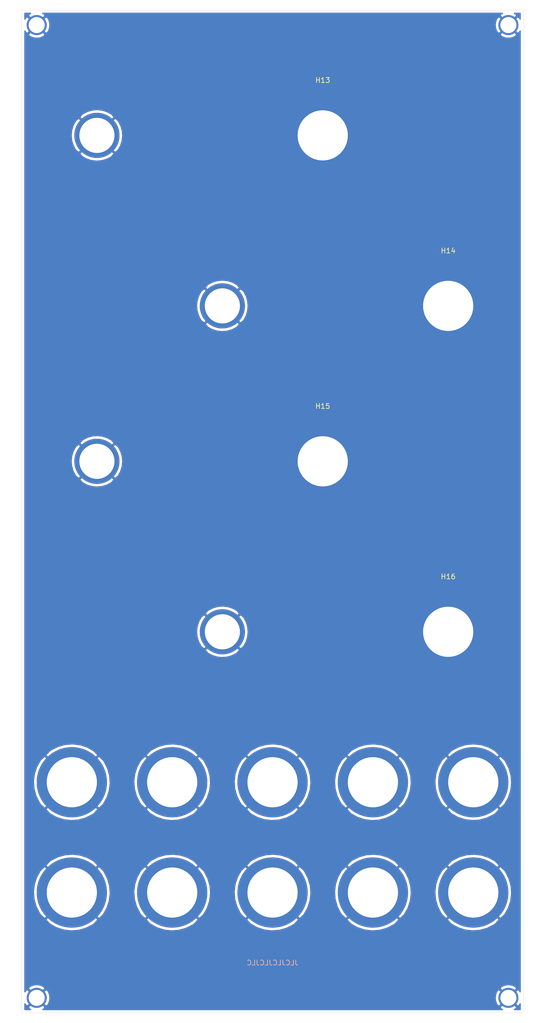
<source format=kicad_pcb>
(kicad_pcb (version 20171130) (host pcbnew 5.1.5-52549c5~84~ubuntu18.04.1)

  (general
    (thickness 1.6)
    (drawings 5)
    (tracks 0)
    (zones 0)
    (modules 22)
    (nets 2)
  )

  (page A4)
  (layers
    (0 F.Cu signal)
    (31 B.Cu signal)
    (32 B.Adhes user)
    (33 F.Adhes user)
    (34 B.Paste user)
    (35 F.Paste user)
    (36 B.SilkS user)
    (37 F.SilkS user)
    (38 B.Mask user)
    (39 F.Mask user)
    (40 Dwgs.User user)
    (41 Cmts.User user)
    (42 Eco1.User user)
    (43 Eco2.User user)
    (44 Edge.Cuts user)
    (45 Margin user)
    (46 B.CrtYd user)
    (47 F.CrtYd user)
    (48 B.Fab user)
    (49 F.Fab user)
  )

  (setup
    (last_trace_width 0.25)
    (trace_clearance 0.2)
    (zone_clearance 0.508)
    (zone_45_only no)
    (trace_min 0.2)
    (via_size 0.8)
    (via_drill 0.4)
    (via_min_size 0.4)
    (via_min_drill 0.3)
    (uvia_size 0.3)
    (uvia_drill 0.1)
    (uvias_allowed no)
    (uvia_min_size 0.2)
    (uvia_min_drill 0.1)
    (edge_width 0.05)
    (segment_width 0.2)
    (pcb_text_width 0.3)
    (pcb_text_size 1.5 1.5)
    (mod_edge_width 0.12)
    (mod_text_size 1 1)
    (mod_text_width 0.15)
    (pad_size 1.524 1.524)
    (pad_drill 0.762)
    (pad_to_mask_clearance 0.051)
    (solder_mask_min_width 0.25)
    (aux_axis_origin 0 0)
    (visible_elements FFFFFF7F)
    (pcbplotparams
      (layerselection 0x010fc_ffffffff)
      (usegerberextensions false)
      (usegerberattributes false)
      (usegerberadvancedattributes false)
      (creategerberjobfile false)
      (excludeedgelayer true)
      (linewidth 0.100000)
      (plotframeref false)
      (viasonmask false)
      (mode 1)
      (useauxorigin false)
      (hpglpennumber 1)
      (hpglpenspeed 20)
      (hpglpendiameter 15.000000)
      (psnegative false)
      (psa4output false)
      (plotreference true)
      (plotvalue true)
      (plotinvisibletext false)
      (padsonsilk false)
      (subtractmaskfromsilk false)
      (outputformat 1)
      (mirror false)
      (drillshape 0)
      (scaleselection 1)
      (outputdirectory "Quantizer_panel_Gerbers/"))
  )

  (net 0 "")
  (net 1 GND)

  (net_class Default "This is the default net class."
    (clearance 0.2)
    (trace_width 0.25)
    (via_dia 0.8)
    (via_drill 0.4)
    (uvia_dia 0.3)
    (uvia_drill 0.1)
    (add_net GND)
  )

  (module Kosmo_panel:Kosmo_Jack_Hole (layer F.Cu) (tedit 5EC122B4) (tstamp 5ED1BE35)
    (at 135 114)
    (descr "Mounting Hole 6mm")
    (tags "mounting hole 6mm")
    (path /5ED1D932)
    (attr virtual)
    (fp_text reference H16 (at 0 -11) (layer F.SilkS)
      (effects (font (size 1 1) (thickness 0.15)))
    )
    (fp_text value "MountingHole_Pad rotary" (at 0 11) (layer F.Fab)
      (effects (font (size 1 1) (thickness 0.15)))
    )
    (fp_circle (center 0 0) (end 10 0) (layer F.CrtYd) (width 0.05))
    (fp_circle (center 0 0) (end 9.5 0) (layer Cmts.User) (width 0.15))
    (fp_text user %R (at 0.3 0) (layer F.Fab)
      (effects (font (size 1 1) (thickness 0.15)))
    )
    (pad 1 thru_hole circle (at 0 0) (size 14 14) (drill 10) (layers *.Cu *.Mask)
      (net 1 GND))
  )

  (module Kosmo_panel:Kosmo_Jack_Hole (layer F.Cu) (tedit 5EC122B4) (tstamp 5ED1BE2D)
    (at 110 80)
    (descr "Mounting Hole 6mm")
    (tags "mounting hole 6mm")
    (path /5ED1D928)
    (attr virtual)
    (fp_text reference H15 (at 0 -11) (layer F.SilkS)
      (effects (font (size 1 1) (thickness 0.15)))
    )
    (fp_text value "MountingHole_Pad rotary" (at 0 11) (layer F.Fab)
      (effects (font (size 1 1) (thickness 0.15)))
    )
    (fp_circle (center 0 0) (end 10 0) (layer F.CrtYd) (width 0.05))
    (fp_circle (center 0 0) (end 9.5 0) (layer Cmts.User) (width 0.15))
    (fp_text user %R (at 0.3 0) (layer F.Fab)
      (effects (font (size 1 1) (thickness 0.15)))
    )
    (pad 1 thru_hole circle (at 0 0) (size 14 14) (drill 10) (layers *.Cu *.Mask)
      (net 1 GND))
  )

  (module Kosmo_panel:Kosmo_Jack_Hole (layer F.Cu) (tedit 5EC122B4) (tstamp 5ED1BE25)
    (at 135 49)
    (descr "Mounting Hole 6mm")
    (tags "mounting hole 6mm")
    (path /5ED1D210)
    (attr virtual)
    (fp_text reference H14 (at 0 -11) (layer F.SilkS)
      (effects (font (size 1 1) (thickness 0.15)))
    )
    (fp_text value "MountingHole_Pad rotary" (at 0 11) (layer F.Fab)
      (effects (font (size 1 1) (thickness 0.15)))
    )
    (fp_circle (center 0 0) (end 10 0) (layer F.CrtYd) (width 0.05))
    (fp_circle (center 0 0) (end 9.5 0) (layer Cmts.User) (width 0.15))
    (fp_text user %R (at 0.3 0) (layer F.Fab)
      (effects (font (size 1 1) (thickness 0.15)))
    )
    (pad 1 thru_hole circle (at 0 0) (size 14 14) (drill 10) (layers *.Cu *.Mask)
      (net 1 GND))
  )

  (module Kosmo_panel:Kosmo_Jack_Hole (layer F.Cu) (tedit 5EC122B4) (tstamp 5ED1C7F7)
    (at 110 15)
    (descr "Mounting Hole 6mm")
    (tags "mounting hole 6mm")
    (path /5ED1CB64)
    (attr virtual)
    (fp_text reference H13 (at 0 -11) (layer F.SilkS)
      (effects (font (size 1 1) (thickness 0.15)))
    )
    (fp_text value "MountingHole_Pad rotary" (at 0 11) (layer F.Fab)
      (effects (font (size 1 1) (thickness 0.15)))
    )
    (fp_circle (center 0 0) (end 10 0) (layer F.CrtYd) (width 0.05))
    (fp_circle (center 0 0) (end 9.5 0) (layer Cmts.User) (width 0.15))
    (fp_text user %R (at 0.3 0) (layer F.Fab)
      (effects (font (size 1 1) (thickness 0.15)))
    )
    (pad 1 thru_hole circle (at 0 0) (size 14 14) (drill 10) (layers *.Cu *.Mask)
      (net 1 GND))
  )

  (module Kosmo_panel:Kosmo_Panel_Mounting_Hole (layer F.Cu) (tedit 5EC1234B) (tstamp 5ED1BE65)
    (at 147 187)
    (descr "Mounting Hole 3.2mm, M3")
    (tags "mounting hole 3.2mm m3")
    (path /5ED21728)
    (attr virtual)
    (fp_text reference H22 (at 0 -4.2) (layer F.SilkS) hide
      (effects (font (size 1 1) (thickness 0.15)))
    )
    (fp_text value "MountingHole_Pad " (at 0 4.2) (layer F.Fab)
      (effects (font (size 1 1) (thickness 0.15)))
    )
    (fp_circle (center 0 0) (end 3.25 0) (layer F.CrtYd) (width 0.05))
    (fp_circle (center 0 0) (end 3 0) (layer Cmts.User) (width 0.15))
    (fp_text user %R (at 0.3 0) (layer F.Fab)
      (effects (font (size 1 1) (thickness 0.15)))
    )
    (pad 1 thru_hole circle (at 0 0) (size 4 4) (drill 3.2) (layers *.Cu *.Mask)
      (net 1 GND))
  )

  (module Kosmo_panel:Kosmo_Panel_Mounting_Hole (layer F.Cu) (tedit 5EC1234B) (tstamp 5ED1BE5D)
    (at 53 187)
    (descr "Mounting Hole 3.2mm, M3")
    (tags "mounting hole 3.2mm m3")
    (path /5ED2171E)
    (attr virtual)
    (fp_text reference H21 (at 0 -4.2) (layer F.SilkS) hide
      (effects (font (size 1 1) (thickness 0.15)))
    )
    (fp_text value "MountingHole_Pad " (at 0 4.2) (layer F.Fab)
      (effects (font (size 1 1) (thickness 0.15)))
    )
    (fp_circle (center 0 0) (end 3.25 0) (layer F.CrtYd) (width 0.05))
    (fp_circle (center 0 0) (end 3 0) (layer Cmts.User) (width 0.15))
    (fp_text user %R (at 0.3 0) (layer F.Fab)
      (effects (font (size 1 1) (thickness 0.15)))
    )
    (pad 1 thru_hole circle (at 0 0) (size 4 4) (drill 3.2) (layers *.Cu *.Mask)
      (net 1 GND))
  )

  (module Kosmo_panel:Kosmo_Panel_Mounting_Hole (layer F.Cu) (tedit 5EC1234B) (tstamp 5ED1BE55)
    (at 147 -7)
    (descr "Mounting Hole 3.2mm, M3")
    (tags "mounting hole 3.2mm m3")
    (path /5ED21377)
    (attr virtual)
    (fp_text reference H20 (at 0 -4.2) (layer F.SilkS) hide
      (effects (font (size 1 1) (thickness 0.15)))
    )
    (fp_text value "MountingHole_Pad " (at 0 4.2) (layer F.Fab)
      (effects (font (size 1 1) (thickness 0.15)))
    )
    (fp_circle (center 0 0) (end 3.25 0) (layer F.CrtYd) (width 0.05))
    (fp_circle (center 0 0) (end 3 0) (layer Cmts.User) (width 0.15))
    (fp_text user %R (at 0.3 0) (layer F.Fab)
      (effects (font (size 1 1) (thickness 0.15)))
    )
    (pad 1 thru_hole circle (at 0 0) (size 4 4) (drill 3.2) (layers *.Cu *.Mask)
      (net 1 GND))
  )

  (module Kosmo_panel:Kosmo_Panel_Mounting_Hole (layer F.Cu) (tedit 5EC1234B) (tstamp 5ED1BE4D)
    (at 53 -7)
    (descr "Mounting Hole 3.2mm, M3")
    (tags "mounting hole 3.2mm m3")
    (path /5ED2107E)
    (attr virtual)
    (fp_text reference H19 (at 0 -4.2) (layer F.SilkS) hide
      (effects (font (size 1 1) (thickness 0.15)))
    )
    (fp_text value "MountingHole_Pad " (at 0 4.2) (layer F.Fab)
      (effects (font (size 1 1) (thickness 0.15)))
    )
    (fp_circle (center 0 0) (end 3.25 0) (layer F.CrtYd) (width 0.05))
    (fp_circle (center 0 0) (end 3 0) (layer Cmts.User) (width 0.15))
    (fp_text user %R (at 0.3 0) (layer F.Fab)
      (effects (font (size 1 1) (thickness 0.15)))
    )
    (pad 1 thru_hole circle (at 0 0) (size 4 4) (drill 3.2) (layers *.Cu *.Mask)
      (net 1 GND))
  )

  (module Kosmo_panel:Kosmo_Switch_Hole (layer F.Cu) (tedit 5EC0A7AC) (tstamp 5ED1BE45)
    (at 90 114)
    (descr "Mounting Hole 6mm")
    (tags "mounting hole 6mm")
    (path /5ED20B87)
    (attr virtual)
    (fp_text reference H18 (at 0 -7) (layer F.SilkS) hide
      (effects (font (size 1 1) (thickness 0.15)))
    )
    (fp_text value "MountingHole_Pad toggle" (at 0 7) (layer F.Fab)
      (effects (font (size 1 1) (thickness 0.15)))
    )
    (fp_circle (center 0 0) (end 6.25 0) (layer F.CrtYd) (width 0.05))
    (fp_circle (center 0 0) (end 6 0) (layer Cmts.User) (width 0.15))
    (fp_text user %R (at 0.3 0) (layer F.Fab)
      (effects (font (size 1 1) (thickness 0.15)))
    )
    (pad 1 thru_hole circle (at 0 0) (size 9 9) (drill 7) (layers *.Cu *.Mask)
      (net 1 GND))
  )

  (module Kosmo_panel:Kosmo_Switch_Hole (layer F.Cu) (tedit 5EC0A7AC) (tstamp 5ED1BE3D)
    (at 90 49)
    (descr "Mounting Hole 6mm")
    (tags "mounting hole 6mm")
    (path /5ED20036)
    (attr virtual)
    (fp_text reference H17 (at 0 -7) (layer F.SilkS) hide
      (effects (font (size 1 1) (thickness 0.15)))
    )
    (fp_text value "MountingHole_Pad toggle" (at 0 7) (layer F.Fab)
      (effects (font (size 1 1) (thickness 0.15)))
    )
    (fp_circle (center 0 0) (end 6.25 0) (layer F.CrtYd) (width 0.05))
    (fp_circle (center 0 0) (end 6 0) (layer Cmts.User) (width 0.15))
    (fp_text user %R (at 0.3 0) (layer F.Fab)
      (effects (font (size 1 1) (thickness 0.15)))
    )
    (pad 1 thru_hole circle (at 0 0) (size 9 9) (drill 7) (layers *.Cu *.Mask)
      (net 1 GND))
  )

  (module Kosmo_panel:Kosmo_Pot_Hole (layer F.Cu) (tedit 5EC0A7AC) (tstamp 5ED1BE0D)
    (at 65 80)
    (descr "Mounting Hole 6mm")
    (tags "mounting hole 6mm")
    (path /5ED1C517)
    (attr virtual)
    (fp_text reference H12 (at 0 -7) (layer F.SilkS) hide
      (effects (font (size 1 1) (thickness 0.15)))
    )
    (fp_text value "MountingHole_Pad pot" (at 0 7) (layer F.Fab)
      (effects (font (size 1 1) (thickness 0.15)))
    )
    (fp_circle (center 0 0) (end 6.25 0) (layer F.CrtYd) (width 0.05))
    (fp_circle (center 0 0) (end 6 0) (layer Cmts.User) (width 0.15))
    (fp_text user %R (at 0.3 0) (layer F.Fab)
      (effects (font (size 1 1) (thickness 0.15)))
    )
    (pad 1 thru_hole circle (at 0 0) (size 9 9) (drill 7) (layers *.Cu *.Mask)
      (net 1 GND))
  )

  (module Kosmo_panel:Kosmo_Pot_Hole (layer F.Cu) (tedit 5EC0A7AC) (tstamp 5ED1BDFD)
    (at 65 15)
    (descr "Mounting Hole 6mm")
    (tags "mounting hole 6mm")
    (path /5ED1B8FE)
    (attr virtual)
    (fp_text reference H11 (at 0 -7) (layer F.SilkS) hide
      (effects (font (size 1 1) (thickness 0.15)))
    )
    (fp_text value "MountingHole_Pad pot" (at 0 7) (layer F.Fab)
      (effects (font (size 1 1) (thickness 0.15)))
    )
    (fp_circle (center 0 0) (end 6.25 0) (layer F.CrtYd) (width 0.05))
    (fp_circle (center 0 0) (end 6 0) (layer Cmts.User) (width 0.15))
    (fp_text user %R (at 0.3 0) (layer F.Fab)
      (effects (font (size 1 1) (thickness 0.15)))
    )
    (pad 1 thru_hole circle (at 0 0) (size 9 9) (drill 7) (layers *.Cu *.Mask)
      (net 1 GND))
  )

  (module Kosmo_panel:Kosmo_Jack_Hole (layer F.Cu) (tedit 5EC122B4) (tstamp 5ED1BDF5)
    (at 140 166)
    (descr "Mounting Hole 6mm")
    (tags "mounting hole 6mm")
    (path /5ED1B81D)
    (attr virtual)
    (fp_text reference H10 (at 0 -11) (layer F.SilkS) hide
      (effects (font (size 1 1) (thickness 0.15)))
    )
    (fp_text value "MountingHole_Pad jack" (at 0 11) (layer F.Fab)
      (effects (font (size 1 1) (thickness 0.15)))
    )
    (fp_circle (center 0 0) (end 10 0) (layer F.CrtYd) (width 0.05))
    (fp_circle (center 0 0) (end 9.5 0) (layer Cmts.User) (width 0.15))
    (fp_text user %R (at 0.3 0) (layer F.Fab)
      (effects (font (size 1 1) (thickness 0.15)))
    )
    (pad 1 thru_hole circle (at 0 0) (size 14 14) (drill 10) (layers *.Cu *.Mask)
      (net 1 GND))
  )

  (module Kosmo_panel:Kosmo_Jack_Hole (layer F.Cu) (tedit 5EC122B4) (tstamp 5ED1BDED)
    (at 120 166)
    (descr "Mounting Hole 6mm")
    (tags "mounting hole 6mm")
    (path /5ED17B89)
    (attr virtual)
    (fp_text reference H9 (at 0 -11) (layer F.SilkS) hide
      (effects (font (size 1 1) (thickness 0.15)))
    )
    (fp_text value "MountingHole_Pad jack" (at 0 11) (layer F.Fab)
      (effects (font (size 1 1) (thickness 0.15)))
    )
    (fp_circle (center 0 0) (end 10 0) (layer F.CrtYd) (width 0.05))
    (fp_circle (center 0 0) (end 9.5 0) (layer Cmts.User) (width 0.15))
    (fp_text user %R (at 0.3 0) (layer F.Fab)
      (effects (font (size 1 1) (thickness 0.15)))
    )
    (pad 1 thru_hole circle (at 0 0) (size 14 14) (drill 10) (layers *.Cu *.Mask)
      (net 1 GND))
  )

  (module Kosmo_panel:Kosmo_Jack_Hole (layer F.Cu) (tedit 5EC122B4) (tstamp 5ED1BDE5)
    (at 100 166)
    (descr "Mounting Hole 6mm")
    (tags "mounting hole 6mm")
    (path /5ED17B7F)
    (attr virtual)
    (fp_text reference H8 (at 0 -11) (layer F.SilkS) hide
      (effects (font (size 1 1) (thickness 0.15)))
    )
    (fp_text value "MountingHole_Pad jack" (at 0 11) (layer F.Fab)
      (effects (font (size 1 1) (thickness 0.15)))
    )
    (fp_circle (center 0 0) (end 10 0) (layer F.CrtYd) (width 0.05))
    (fp_circle (center 0 0) (end 9.5 0) (layer Cmts.User) (width 0.15))
    (fp_text user %R (at 0.3 0) (layer F.Fab)
      (effects (font (size 1 1) (thickness 0.15)))
    )
    (pad 1 thru_hole circle (at 0 0) (size 14 14) (drill 10) (layers *.Cu *.Mask)
      (net 1 GND))
  )

  (module Kosmo_panel:Kosmo_Jack_Hole (layer F.Cu) (tedit 5EC122B4) (tstamp 5ED1BDDD)
    (at 80 166)
    (descr "Mounting Hole 6mm")
    (tags "mounting hole 6mm")
    (path /5ED170B8)
    (attr virtual)
    (fp_text reference H7 (at 0 -11) (layer F.SilkS) hide
      (effects (font (size 1 1) (thickness 0.15)))
    )
    (fp_text value "MountingHole_Pad jack" (at 0 11) (layer F.Fab)
      (effects (font (size 1 1) (thickness 0.15)))
    )
    (fp_circle (center 0 0) (end 10 0) (layer F.CrtYd) (width 0.05))
    (fp_circle (center 0 0) (end 9.5 0) (layer Cmts.User) (width 0.15))
    (fp_text user %R (at 0.3 0) (layer F.Fab)
      (effects (font (size 1 1) (thickness 0.15)))
    )
    (pad 1 thru_hole circle (at 0 0) (size 14 14) (drill 10) (layers *.Cu *.Mask)
      (net 1 GND))
  )

  (module Kosmo_panel:Kosmo_Jack_Hole (layer F.Cu) (tedit 5EC122B4) (tstamp 5ED1BDD5)
    (at 60 166)
    (descr "Mounting Hole 6mm")
    (tags "mounting hole 6mm")
    (path /5ED16C4F)
    (attr virtual)
    (fp_text reference H6 (at 0 -11) (layer F.SilkS) hide
      (effects (font (size 1 1) (thickness 0.15)))
    )
    (fp_text value "MountingHole_Pad jack" (at 0 11) (layer F.Fab)
      (effects (font (size 1 1) (thickness 0.15)))
    )
    (fp_circle (center 0 0) (end 10 0) (layer F.CrtYd) (width 0.05))
    (fp_circle (center 0 0) (end 9.5 0) (layer Cmts.User) (width 0.15))
    (fp_text user %R (at 0.3 0) (layer F.Fab)
      (effects (font (size 1 1) (thickness 0.15)))
    )
    (pad 1 thru_hole circle (at 0 0) (size 14 14) (drill 10) (layers *.Cu *.Mask)
      (net 1 GND))
  )

  (module Kosmo_panel:Kosmo_Jack_Hole (layer F.Cu) (tedit 5EC122B4) (tstamp 5ED1BDCD)
    (at 140 144)
    (descr "Mounting Hole 6mm")
    (tags "mounting hole 6mm")
    (path /5ED1B823)
    (attr virtual)
    (fp_text reference H5 (at 0 -11) (layer F.SilkS) hide
      (effects (font (size 1 1) (thickness 0.15)))
    )
    (fp_text value "MountingHole_Pad jack" (at 0 11) (layer F.Fab)
      (effects (font (size 1 1) (thickness 0.15)))
    )
    (fp_circle (center 0 0) (end 10 0) (layer F.CrtYd) (width 0.05))
    (fp_circle (center 0 0) (end 9.5 0) (layer Cmts.User) (width 0.15))
    (fp_text user %R (at 0.3 0) (layer F.Fab)
      (effects (font (size 1 1) (thickness 0.15)))
    )
    (pad 1 thru_hole circle (at 0 0) (size 14 14) (drill 10) (layers *.Cu *.Mask)
      (net 1 GND))
  )

  (module Kosmo_panel:Kosmo_Jack_Hole (layer F.Cu) (tedit 5EC122B4) (tstamp 5ED1BDC5)
    (at 120 144)
    (descr "Mounting Hole 6mm")
    (tags "mounting hole 6mm")
    (path /5ED19FA9)
    (attr virtual)
    (fp_text reference H4 (at 0 -11) (layer F.SilkS) hide
      (effects (font (size 1 1) (thickness 0.15)))
    )
    (fp_text value "MountingHole_Pad jack" (at 0 11) (layer F.Fab)
      (effects (font (size 1 1) (thickness 0.15)))
    )
    (fp_circle (center 0 0) (end 10 0) (layer F.CrtYd) (width 0.05))
    (fp_circle (center 0 0) (end 9.5 0) (layer Cmts.User) (width 0.15))
    (fp_text user %R (at 0.3 0) (layer F.Fab)
      (effects (font (size 1 1) (thickness 0.15)))
    )
    (pad 1 thru_hole circle (at 0 0) (size 14 14) (drill 10) (layers *.Cu *.Mask)
      (net 1 GND))
  )

  (module Kosmo_panel:Kosmo_Jack_Hole (layer F.Cu) (tedit 5EC122B4) (tstamp 5ED1BDBD)
    (at 100 144)
    (descr "Mounting Hole 6mm")
    (tags "mounting hole 6mm")
    (path /5ED19F9F)
    (attr virtual)
    (fp_text reference H3 (at 0 -11) (layer F.SilkS) hide
      (effects (font (size 1 1) (thickness 0.15)))
    )
    (fp_text value "MountingHole_Pad jack" (at 0 11) (layer F.Fab)
      (effects (font (size 1 1) (thickness 0.15)))
    )
    (fp_circle (center 0 0) (end 10 0) (layer F.CrtYd) (width 0.05))
    (fp_circle (center 0 0) (end 9.5 0) (layer Cmts.User) (width 0.15))
    (fp_text user %R (at 0.3 0) (layer F.Fab)
      (effects (font (size 1 1) (thickness 0.15)))
    )
    (pad 1 thru_hole circle (at 0 0) (size 14 14) (drill 10) (layers *.Cu *.Mask)
      (net 1 GND))
  )

  (module Kosmo_panel:Kosmo_Jack_Hole (layer F.Cu) (tedit 5EC122B4) (tstamp 5ED1BDB5)
    (at 80 144)
    (descr "Mounting Hole 6mm")
    (tags "mounting hole 6mm")
    (path /5ED19F95)
    (attr virtual)
    (fp_text reference H2 (at 0 -11) (layer F.SilkS) hide
      (effects (font (size 1 1) (thickness 0.15)))
    )
    (fp_text value "MountingHole_Pad jack" (at 0 11) (layer F.Fab)
      (effects (font (size 1 1) (thickness 0.15)))
    )
    (fp_circle (center 0 0) (end 10 0) (layer F.CrtYd) (width 0.05))
    (fp_circle (center 0 0) (end 9.5 0) (layer Cmts.User) (width 0.15))
    (fp_text user %R (at 0.3 0) (layer F.Fab)
      (effects (font (size 1 1) (thickness 0.15)))
    )
    (pad 1 thru_hole circle (at 0 0) (size 14 14) (drill 10) (layers *.Cu *.Mask)
      (net 1 GND))
  )

  (module Kosmo_panel:Kosmo_Jack_Hole (layer F.Cu) (tedit 5EC122B4) (tstamp 5ED1BDAD)
    (at 60 144)
    (descr "Mounting Hole 6mm")
    (tags "mounting hole 6mm")
    (path /5ED19F8B)
    (attr virtual)
    (fp_text reference H1 (at 0 -11) (layer F.SilkS) hide
      (effects (font (size 1 1) (thickness 0.15)))
    )
    (fp_text value "MountingHole_Pad jack" (at 0 11) (layer F.Fab)
      (effects (font (size 1 1) (thickness 0.15)))
    )
    (fp_circle (center 0 0) (end 10 0) (layer F.CrtYd) (width 0.05))
    (fp_circle (center 0 0) (end 9.5 0) (layer Cmts.User) (width 0.15))
    (fp_text user %R (at 0.3 0) (layer F.Fab)
      (effects (font (size 1 1) (thickness 0.15)))
    )
    (pad 1 thru_hole circle (at 0 0) (size 14 14) (drill 10) (layers *.Cu *.Mask)
      (net 1 GND))
  )

  (gr_text JLCJLCJLCJLC (at 100 180) (layer B.SilkS)
    (effects (font (size 1 1) (thickness 0.15)) (justify mirror))
  )
  (gr_line (start 50 -10) (end 50 190) (layer Edge.Cuts) (width 0.05) (tstamp 5ED1CBC2))
  (gr_line (start 150 -10) (end 50 -10) (layer Edge.Cuts) (width 0.05))
  (gr_line (start 150 190) (end 150 -10) (layer Edge.Cuts) (width 0.05))
  (gr_line (start 50 190) (end 150 190) (layer Edge.Cuts) (width 0.05))

  (zone (net 1) (net_name GND) (layer F.Cu) (tstamp 5ED27F69) (hatch edge 0.508)
    (connect_pads (clearance 0.508))
    (min_thickness 0.254)
    (fill yes (arc_segments 32) (thermal_gap 0.508) (thermal_bridge_width 0.508))
    (polygon
      (pts
        (xy 152 192) (xy 48 192) (xy 48 -12) (xy 152 -12)
      )
    )
    (filled_polygon
      (pts
        (xy 51.548228 -9.214258) (xy 51.332106 -8.847499) (xy 53 -7.179605) (xy 54.667894 -8.847499) (xy 54.451772 -9.214258)
        (xy 54.211512 -9.34) (xy 145.783476 -9.34) (xy 145.548228 -9.214258) (xy 145.332106 -8.847499) (xy 147 -7.179605)
        (xy 148.667894 -8.847499) (xy 148.451772 -9.214258) (xy 148.211512 -9.34) (xy 149.340001 -9.34) (xy 149.340001 -8.216522)
        (xy 149.214258 -8.451772) (xy 148.847499 -8.667894) (xy 147.179605 -7) (xy 148.847499 -5.332106) (xy 149.214258 -5.548228)
        (xy 149.340001 -5.78849) (xy 149.34 185.783476) (xy 149.214258 185.548228) (xy 148.847499 185.332106) (xy 147.179605 187)
        (xy 148.847499 188.667894) (xy 149.214258 188.451772) (xy 149.34 188.211512) (xy 149.34 189.34) (xy 148.216524 189.34)
        (xy 148.451772 189.214258) (xy 148.667894 188.847499) (xy 147 187.179605) (xy 145.332106 188.847499) (xy 145.548228 189.214258)
        (xy 145.788488 189.34) (xy 54.216524 189.34) (xy 54.451772 189.214258) (xy 54.667894 188.847499) (xy 53 187.179605)
        (xy 51.332106 188.847499) (xy 51.548228 189.214258) (xy 51.788488 189.34) (xy 50.66 189.34) (xy 50.66 188.216524)
        (xy 50.785742 188.451772) (xy 51.152501 188.667894) (xy 52.820395 187) (xy 53.179605 187) (xy 54.847499 188.667894)
        (xy 55.214258 188.451772) (xy 55.454938 187.991895) (xy 55.601275 187.493902) (xy 55.643509 187.023071) (xy 144.352352 187.023071)
        (xy 144.407727 187.539159) (xy 144.562721 188.034526) (xy 144.785742 188.451772) (xy 145.152501 188.667894) (xy 146.820395 187)
        (xy 145.152501 185.332106) (xy 144.785742 185.548228) (xy 144.545062 186.008105) (xy 144.398725 186.506098) (xy 144.352352 187.023071)
        (xy 55.643509 187.023071) (xy 55.647648 186.976929) (xy 55.592273 186.460841) (xy 55.437279 185.965474) (xy 55.214258 185.548228)
        (xy 54.847499 185.332106) (xy 53.179605 187) (xy 52.820395 187) (xy 51.152501 185.332106) (xy 50.785742 185.548228)
        (xy 50.66 185.788488) (xy 50.66 185.152501) (xy 51.332106 185.152501) (xy 53 186.820395) (xy 54.667894 185.152501)
        (xy 145.332106 185.152501) (xy 147 186.820395) (xy 148.667894 185.152501) (xy 148.451772 184.785742) (xy 147.991895 184.545062)
        (xy 147.493902 184.398725) (xy 146.976929 184.352352) (xy 146.460841 184.407727) (xy 145.965474 184.562721) (xy 145.548228 184.785742)
        (xy 145.332106 185.152501) (xy 54.667894 185.152501) (xy 54.451772 184.785742) (xy 53.991895 184.545062) (xy 53.493902 184.398725)
        (xy 52.976929 184.352352) (xy 52.460841 184.407727) (xy 51.965474 184.562721) (xy 51.548228 184.785742) (xy 51.332106 185.152501)
        (xy 50.66 185.152501) (xy 50.66 171.401674) (xy 54.777932 171.401674) (xy 55.593908 172.28053) (xy 56.90384 173.019437)
        (xy 58.332756 173.488591) (xy 59.825743 173.669963) (xy 61.325428 173.556583) (xy 62.774176 173.152807) (xy 64.116314 172.474153)
        (xy 64.406092 172.28053) (xy 65.222068 171.401674) (xy 74.777932 171.401674) (xy 75.593908 172.28053) (xy 76.90384 173.019437)
        (xy 78.332756 173.488591) (xy 79.825743 173.669963) (xy 81.325428 173.556583) (xy 82.774176 173.152807) (xy 84.116314 172.474153)
        (xy 84.406092 172.28053) (xy 85.222068 171.401674) (xy 94.777932 171.401674) (xy 95.593908 172.28053) (xy 96.90384 173.019437)
        (xy 98.332756 173.488591) (xy 99.825743 173.669963) (xy 101.325428 173.556583) (xy 102.774176 173.152807) (xy 104.116314 172.474153)
        (xy 104.406092 172.28053) (xy 105.222068 171.401674) (xy 114.777932 171.401674) (xy 115.593908 172.28053) (xy 116.90384 173.019437)
        (xy 118.332756 173.488591) (xy 119.825743 173.669963) (xy 121.325428 173.556583) (xy 122.774176 173.152807) (xy 124.116314 172.474153)
        (xy 124.406092 172.28053) (xy 125.222068 171.401674) (xy 134.777932 171.401674) (xy 135.593908 172.28053) (xy 136.90384 173.019437)
        (xy 138.332756 173.488591) (xy 139.825743 173.669963) (xy 141.325428 173.556583) (xy 142.774176 173.152807) (xy 144.116314 172.474153)
        (xy 144.406092 172.28053) (xy 145.222068 171.401674) (xy 140 166.179605) (xy 134.777932 171.401674) (xy 125.222068 171.401674)
        (xy 120 166.179605) (xy 114.777932 171.401674) (xy 105.222068 171.401674) (xy 100 166.179605) (xy 94.777932 171.401674)
        (xy 85.222068 171.401674) (xy 80 166.179605) (xy 74.777932 171.401674) (xy 65.222068 171.401674) (xy 60 166.179605)
        (xy 54.777932 171.401674) (xy 50.66 171.401674) (xy 50.66 165.825743) (xy 52.330037 165.825743) (xy 52.443417 167.325428)
        (xy 52.847193 168.774176) (xy 53.525847 170.116314) (xy 53.71947 170.406092) (xy 54.598326 171.222068) (xy 59.820395 166)
        (xy 60.179605 166) (xy 65.401674 171.222068) (xy 66.28053 170.406092) (xy 67.019437 169.09616) (xy 67.488591 167.667244)
        (xy 67.669963 166.174257) (xy 67.643615 165.825743) (xy 72.330037 165.825743) (xy 72.443417 167.325428) (xy 72.847193 168.774176)
        (xy 73.525847 170.116314) (xy 73.71947 170.406092) (xy 74.598326 171.222068) (xy 79.820395 166) (xy 80.179605 166)
        (xy 85.401674 171.222068) (xy 86.28053 170.406092) (xy 87.019437 169.09616) (xy 87.488591 167.667244) (xy 87.669963 166.174257)
        (xy 87.643615 165.825743) (xy 92.330037 165.825743) (xy 92.443417 167.325428) (xy 92.847193 168.774176) (xy 93.525847 170.116314)
        (xy 93.71947 170.406092) (xy 94.598326 171.222068) (xy 99.820395 166) (xy 100.179605 166) (xy 105.401674 171.222068)
        (xy 106.28053 170.406092) (xy 107.019437 169.09616) (xy 107.488591 167.667244) (xy 107.669963 166.174257) (xy 107.643615 165.825743)
        (xy 112.330037 165.825743) (xy 112.443417 167.325428) (xy 112.847193 168.774176) (xy 113.525847 170.116314) (xy 113.71947 170.406092)
        (xy 114.598326 171.222068) (xy 119.820395 166) (xy 120.179605 166) (xy 125.401674 171.222068) (xy 126.28053 170.406092)
        (xy 127.019437 169.09616) (xy 127.488591 167.667244) (xy 127.669963 166.174257) (xy 127.643615 165.825743) (xy 132.330037 165.825743)
        (xy 132.443417 167.325428) (xy 132.847193 168.774176) (xy 133.525847 170.116314) (xy 133.71947 170.406092) (xy 134.598326 171.222068)
        (xy 139.820395 166) (xy 140.179605 166) (xy 145.401674 171.222068) (xy 146.28053 170.406092) (xy 147.019437 169.09616)
        (xy 147.488591 167.667244) (xy 147.669963 166.174257) (xy 147.556583 164.674572) (xy 147.152807 163.225824) (xy 146.474153 161.883686)
        (xy 146.28053 161.593908) (xy 145.401674 160.777932) (xy 140.179605 166) (xy 139.820395 166) (xy 134.598326 160.777932)
        (xy 133.71947 161.593908) (xy 132.980563 162.90384) (xy 132.511409 164.332756) (xy 132.330037 165.825743) (xy 127.643615 165.825743)
        (xy 127.556583 164.674572) (xy 127.152807 163.225824) (xy 126.474153 161.883686) (xy 126.28053 161.593908) (xy 125.401674 160.777932)
        (xy 120.179605 166) (xy 119.820395 166) (xy 114.598326 160.777932) (xy 113.71947 161.593908) (xy 112.980563 162.90384)
        (xy 112.511409 164.332756) (xy 112.330037 165.825743) (xy 107.643615 165.825743) (xy 107.556583 164.674572) (xy 107.152807 163.225824)
        (xy 106.474153 161.883686) (xy 106.28053 161.593908) (xy 105.401674 160.777932) (xy 100.179605 166) (xy 99.820395 166)
        (xy 94.598326 160.777932) (xy 93.71947 161.593908) (xy 92.980563 162.90384) (xy 92.511409 164.332756) (xy 92.330037 165.825743)
        (xy 87.643615 165.825743) (xy 87.556583 164.674572) (xy 87.152807 163.225824) (xy 86.474153 161.883686) (xy 86.28053 161.593908)
        (xy 85.401674 160.777932) (xy 80.179605 166) (xy 79.820395 166) (xy 74.598326 160.777932) (xy 73.71947 161.593908)
        (xy 72.980563 162.90384) (xy 72.511409 164.332756) (xy 72.330037 165.825743) (xy 67.643615 165.825743) (xy 67.556583 164.674572)
        (xy 67.152807 163.225824) (xy 66.474153 161.883686) (xy 66.28053 161.593908) (xy 65.401674 160.777932) (xy 60.179605 166)
        (xy 59.820395 166) (xy 54.598326 160.777932) (xy 53.71947 161.593908) (xy 52.980563 162.90384) (xy 52.511409 164.332756)
        (xy 52.330037 165.825743) (xy 50.66 165.825743) (xy 50.66 160.598326) (xy 54.777932 160.598326) (xy 60 165.820395)
        (xy 65.222068 160.598326) (xy 74.777932 160.598326) (xy 80 165.820395) (xy 85.222068 160.598326) (xy 94.777932 160.598326)
        (xy 100 165.820395) (xy 105.222068 160.598326) (xy 114.777932 160.598326) (xy 120 165.820395) (xy 125.222068 160.598326)
        (xy 134.777932 160.598326) (xy 140 165.820395) (xy 145.222068 160.598326) (xy 144.406092 159.71947) (xy 143.09616 158.980563)
        (xy 141.667244 158.511409) (xy 140.174257 158.330037) (xy 138.674572 158.443417) (xy 137.225824 158.847193) (xy 135.883686 159.525847)
        (xy 135.593908 159.71947) (xy 134.777932 160.598326) (xy 125.222068 160.598326) (xy 124.406092 159.71947) (xy 123.09616 158.980563)
        (xy 121.667244 158.511409) (xy 120.174257 158.330037) (xy 118.674572 158.443417) (xy 117.225824 158.847193) (xy 115.883686 159.525847)
        (xy 115.593908 159.71947) (xy 114.777932 160.598326) (xy 105.222068 160.598326) (xy 104.406092 159.71947) (xy 103.09616 158.980563)
        (xy 101.667244 158.511409) (xy 100.174257 158.330037) (xy 98.674572 158.443417) (xy 97.225824 158.847193) (xy 95.883686 159.525847)
        (xy 95.593908 159.71947) (xy 94.777932 160.598326) (xy 85.222068 160.598326) (xy 84.406092 159.71947) (xy 83.09616 158.980563)
        (xy 81.667244 158.511409) (xy 80.174257 158.330037) (xy 78.674572 158.443417) (xy 77.225824 158.847193) (xy 75.883686 159.525847)
        (xy 75.593908 159.71947) (xy 74.777932 160.598326) (xy 65.222068 160.598326) (xy 64.406092 159.71947) (xy 63.09616 158.980563)
        (xy 61.667244 158.511409) (xy 60.174257 158.330037) (xy 58.674572 158.443417) (xy 57.225824 158.847193) (xy 55.883686 159.525847)
        (xy 55.593908 159.71947) (xy 54.777932 160.598326) (xy 50.66 160.598326) (xy 50.66 149.401674) (xy 54.777932 149.401674)
        (xy 55.593908 150.28053) (xy 56.90384 151.019437) (xy 58.332756 151.488591) (xy 59.825743 151.669963) (xy 61.325428 151.556583)
        (xy 62.774176 151.152807) (xy 64.116314 150.474153) (xy 64.406092 150.28053) (xy 65.222068 149.401674) (xy 74.777932 149.401674)
        (xy 75.593908 150.28053) (xy 76.90384 151.019437) (xy 78.332756 151.488591) (xy 79.825743 151.669963) (xy 81.325428 151.556583)
        (xy 82.774176 151.152807) (xy 84.116314 150.474153) (xy 84.406092 150.28053) (xy 85.222068 149.401674) (xy 94.777932 149.401674)
        (xy 95.593908 150.28053) (xy 96.90384 151.019437) (xy 98.332756 151.488591) (xy 99.825743 151.669963) (xy 101.325428 151.556583)
        (xy 102.774176 151.152807) (xy 104.116314 150.474153) (xy 104.406092 150.28053) (xy 105.222068 149.401674) (xy 114.777932 149.401674)
        (xy 115.593908 150.28053) (xy 116.90384 151.019437) (xy 118.332756 151.488591) (xy 119.825743 151.669963) (xy 121.325428 151.556583)
        (xy 122.774176 151.152807) (xy 124.116314 150.474153) (xy 124.406092 150.28053) (xy 125.222068 149.401674) (xy 134.777932 149.401674)
        (xy 135.593908 150.28053) (xy 136.90384 151.019437) (xy 138.332756 151.488591) (xy 139.825743 151.669963) (xy 141.325428 151.556583)
        (xy 142.774176 151.152807) (xy 144.116314 150.474153) (xy 144.406092 150.28053) (xy 145.222068 149.401674) (xy 140 144.179605)
        (xy 134.777932 149.401674) (xy 125.222068 149.401674) (xy 120 144.179605) (xy 114.777932 149.401674) (xy 105.222068 149.401674)
        (xy 100 144.179605) (xy 94.777932 149.401674) (xy 85.222068 149.401674) (xy 80 144.179605) (xy 74.777932 149.401674)
        (xy 65.222068 149.401674) (xy 60 144.179605) (xy 54.777932 149.401674) (xy 50.66 149.401674) (xy 50.66 143.825743)
        (xy 52.330037 143.825743) (xy 52.443417 145.325428) (xy 52.847193 146.774176) (xy 53.525847 148.116314) (xy 53.71947 148.406092)
        (xy 54.598326 149.222068) (xy 59.820395 144) (xy 60.179605 144) (xy 65.401674 149.222068) (xy 66.28053 148.406092)
        (xy 67.019437 147.09616) (xy 67.488591 145.667244) (xy 67.669963 144.174257) (xy 67.643615 143.825743) (xy 72.330037 143.825743)
        (xy 72.443417 145.325428) (xy 72.847193 146.774176) (xy 73.525847 148.116314) (xy 73.71947 148.406092) (xy 74.598326 149.222068)
        (xy 79.820395 144) (xy 80.179605 144) (xy 85.401674 149.222068) (xy 86.28053 148.406092) (xy 87.019437 147.09616)
        (xy 87.488591 145.667244) (xy 87.669963 144.174257) (xy 87.643615 143.825743) (xy 92.330037 143.825743) (xy 92.443417 145.325428)
        (xy 92.847193 146.774176) (xy 93.525847 148.116314) (xy 93.71947 148.406092) (xy 94.598326 149.222068) (xy 99.820395 144)
        (xy 100.179605 144) (xy 105.401674 149.222068) (xy 106.28053 148.406092) (xy 107.019437 147.09616) (xy 107.488591 145.667244)
        (xy 107.669963 144.174257) (xy 107.643615 143.825743) (xy 112.330037 143.825743) (xy 112.443417 145.325428) (xy 112.847193 146.774176)
        (xy 113.525847 148.116314) (xy 113.71947 148.406092) (xy 114.598326 149.222068) (xy 119.820395 144) (xy 120.179605 144)
        (xy 125.401674 149.222068) (xy 126.28053 148.406092) (xy 127.019437 147.09616) (xy 127.488591 145.667244) (xy 127.669963 144.174257)
        (xy 127.643615 143.825743) (xy 132.330037 143.825743) (xy 132.443417 145.325428) (xy 132.847193 146.774176) (xy 133.525847 148.116314)
        (xy 133.71947 148.406092) (xy 134.598326 149.222068) (xy 139.820395 144) (xy 140.179605 144) (xy 145.401674 149.222068)
        (xy 146.28053 148.406092) (xy 147.019437 147.09616) (xy 147.488591 145.667244) (xy 147.669963 144.174257) (xy 147.556583 142.674572)
        (xy 147.152807 141.225824) (xy 146.474153 139.883686) (xy 146.28053 139.593908) (xy 145.401674 138.777932) (xy 140.179605 144)
        (xy 139.820395 144) (xy 134.598326 138.777932) (xy 133.71947 139.593908) (xy 132.980563 140.90384) (xy 132.511409 142.332756)
        (xy 132.330037 143.825743) (xy 127.643615 143.825743) (xy 127.556583 142.674572) (xy 127.152807 141.225824) (xy 126.474153 139.883686)
        (xy 126.28053 139.593908) (xy 125.401674 138.777932) (xy 120.179605 144) (xy 119.820395 144) (xy 114.598326 138.777932)
        (xy 113.71947 139.593908) (xy 112.980563 140.90384) (xy 112.511409 142.332756) (xy 112.330037 143.825743) (xy 107.643615 143.825743)
        (xy 107.556583 142.674572) (xy 107.152807 141.225824) (xy 106.474153 139.883686) (xy 106.28053 139.593908) (xy 105.401674 138.777932)
        (xy 100.179605 144) (xy 99.820395 144) (xy 94.598326 138.777932) (xy 93.71947 139.593908) (xy 92.980563 140.90384)
        (xy 92.511409 142.332756) (xy 92.330037 143.825743) (xy 87.643615 143.825743) (xy 87.556583 142.674572) (xy 87.152807 141.225824)
        (xy 86.474153 139.883686) (xy 86.28053 139.593908) (xy 85.401674 138.777932) (xy 80.179605 144) (xy 79.820395 144)
        (xy 74.598326 138.777932) (xy 73.71947 139.593908) (xy 72.980563 140.90384) (xy 72.511409 142.332756) (xy 72.330037 143.825743)
        (xy 67.643615 143.825743) (xy 67.556583 142.674572) (xy 67.152807 141.225824) (xy 66.474153 139.883686) (xy 66.28053 139.593908)
        (xy 65.401674 138.777932) (xy 60.179605 144) (xy 59.820395 144) (xy 54.598326 138.777932) (xy 53.71947 139.593908)
        (xy 52.980563 140.90384) (xy 52.511409 142.332756) (xy 52.330037 143.825743) (xy 50.66 143.825743) (xy 50.66 138.598326)
        (xy 54.777932 138.598326) (xy 60 143.820395) (xy 65.222068 138.598326) (xy 74.777932 138.598326) (xy 80 143.820395)
        (xy 85.222068 138.598326) (xy 94.777932 138.598326) (xy 100 143.820395) (xy 105.222068 138.598326) (xy 114.777932 138.598326)
        (xy 120 143.820395) (xy 125.222068 138.598326) (xy 134.777932 138.598326) (xy 140 143.820395) (xy 145.222068 138.598326)
        (xy 144.406092 137.71947) (xy 143.09616 136.980563) (xy 141.667244 136.511409) (xy 140.174257 136.330037) (xy 138.674572 136.443417)
        (xy 137.225824 136.847193) (xy 135.883686 137.525847) (xy 135.593908 137.71947) (xy 134.777932 138.598326) (xy 125.222068 138.598326)
        (xy 124.406092 137.71947) (xy 123.09616 136.980563) (xy 121.667244 136.511409) (xy 120.174257 136.330037) (xy 118.674572 136.443417)
        (xy 117.225824 136.847193) (xy 115.883686 137.525847) (xy 115.593908 137.71947) (xy 114.777932 138.598326) (xy 105.222068 138.598326)
        (xy 104.406092 137.71947) (xy 103.09616 136.980563) (xy 101.667244 136.511409) (xy 100.174257 136.330037) (xy 98.674572 136.443417)
        (xy 97.225824 136.847193) (xy 95.883686 137.525847) (xy 95.593908 137.71947) (xy 94.777932 138.598326) (xy 85.222068 138.598326)
        (xy 84.406092 137.71947) (xy 83.09616 136.980563) (xy 81.667244 136.511409) (xy 80.174257 136.330037) (xy 78.674572 136.443417)
        (xy 77.225824 136.847193) (xy 75.883686 137.525847) (xy 75.593908 137.71947) (xy 74.777932 138.598326) (xy 65.222068 138.598326)
        (xy 64.406092 137.71947) (xy 63.09616 136.980563) (xy 61.667244 136.511409) (xy 60.174257 136.330037) (xy 58.674572 136.443417)
        (xy 57.225824 136.847193) (xy 55.883686 137.525847) (xy 55.593908 137.71947) (xy 54.777932 138.598326) (xy 50.66 138.598326)
        (xy 50.66 117.624971) (xy 86.554634 117.624971) (xy 87.070783 118.247788) (xy 87.955768 118.73763) (xy 88.919314 119.045407)
        (xy 89.924389 119.159293) (xy 90.93237 119.07491) (xy 91.90452 118.795501) (xy 92.803481 118.331803) (xy 92.929217 118.247788)
        (xy 93.445366 117.624971) (xy 131.554634 117.624971) (xy 132.070783 118.247788) (xy 132.955768 118.73763) (xy 133.919314 119.045407)
        (xy 134.924389 119.159293) (xy 135.93237 119.07491) (xy 136.90452 118.795501) (xy 137.803481 118.331803) (xy 137.929217 118.247788)
        (xy 138.445366 117.624971) (xy 135 114.179605) (xy 131.554634 117.624971) (xy 93.445366 117.624971) (xy 90 114.179605)
        (xy 86.554634 117.624971) (xy 50.66 117.624971) (xy 50.66 113.924389) (xy 84.840707 113.924389) (xy 84.92509 114.93237)
        (xy 85.204499 115.90452) (xy 85.668197 116.803481) (xy 85.752212 116.929217) (xy 86.375029 117.445366) (xy 89.820395 114)
        (xy 90.179605 114) (xy 93.624971 117.445366) (xy 94.247788 116.929217) (xy 94.73763 116.044232) (xy 95.045407 115.080686)
        (xy 95.159293 114.075611) (xy 95.146634 113.924389) (xy 129.840707 113.924389) (xy 129.92509 114.93237) (xy 130.204499 115.90452)
        (xy 130.668197 116.803481) (xy 130.752212 116.929217) (xy 131.375029 117.445366) (xy 134.820395 114) (xy 135.179605 114)
        (xy 138.624971 117.445366) (xy 139.247788 116.929217) (xy 139.73763 116.044232) (xy 140.045407 115.080686) (xy 140.159293 114.075611)
        (xy 140.07491 113.06763) (xy 139.795501 112.09548) (xy 139.331803 111.196519) (xy 139.247788 111.070783) (xy 138.624971 110.554634)
        (xy 135.179605 114) (xy 134.820395 114) (xy 131.375029 110.554634) (xy 130.752212 111.070783) (xy 130.26237 111.955768)
        (xy 129.954593 112.919314) (xy 129.840707 113.924389) (xy 95.146634 113.924389) (xy 95.07491 113.06763) (xy 94.795501 112.09548)
        (xy 94.331803 111.196519) (xy 94.247788 111.070783) (xy 93.624971 110.554634) (xy 90.179605 114) (xy 89.820395 114)
        (xy 86.375029 110.554634) (xy 85.752212 111.070783) (xy 85.26237 111.955768) (xy 84.954593 112.919314) (xy 84.840707 113.924389)
        (xy 50.66 113.924389) (xy 50.66 110.375029) (xy 86.554634 110.375029) (xy 90 113.820395) (xy 93.445366 110.375029)
        (xy 131.554634 110.375029) (xy 135 113.820395) (xy 138.445366 110.375029) (xy 137.929217 109.752212) (xy 137.044232 109.26237)
        (xy 136.080686 108.954593) (xy 135.075611 108.840707) (xy 134.06763 108.92509) (xy 133.09548 109.204499) (xy 132.196519 109.668197)
        (xy 132.070783 109.752212) (xy 131.554634 110.375029) (xy 93.445366 110.375029) (xy 92.929217 109.752212) (xy 92.044232 109.26237)
        (xy 91.080686 108.954593) (xy 90.075611 108.840707) (xy 89.06763 108.92509) (xy 88.09548 109.204499) (xy 87.196519 109.668197)
        (xy 87.070783 109.752212) (xy 86.554634 110.375029) (xy 50.66 110.375029) (xy 50.66 83.624971) (xy 61.554634 83.624971)
        (xy 62.070783 84.247788) (xy 62.955768 84.73763) (xy 63.919314 85.045407) (xy 64.924389 85.159293) (xy 65.93237 85.07491)
        (xy 66.90452 84.795501) (xy 67.803481 84.331803) (xy 67.929217 84.247788) (xy 68.445366 83.624971) (xy 106.554634 83.624971)
        (xy 107.070783 84.247788) (xy 107.955768 84.73763) (xy 108.919314 85.045407) (xy 109.924389 85.159293) (xy 110.93237 85.07491)
        (xy 111.90452 84.795501) (xy 112.803481 84.331803) (xy 112.929217 84.247788) (xy 113.445366 83.624971) (xy 110 80.179605)
        (xy 106.554634 83.624971) (xy 68.445366 83.624971) (xy 65 80.179605) (xy 61.554634 83.624971) (xy 50.66 83.624971)
        (xy 50.66 79.924389) (xy 59.840707 79.924389) (xy 59.92509 80.93237) (xy 60.204499 81.90452) (xy 60.668197 82.803481)
        (xy 60.752212 82.929217) (xy 61.375029 83.445366) (xy 64.820395 80) (xy 65.179605 80) (xy 68.624971 83.445366)
        (xy 69.247788 82.929217) (xy 69.73763 82.044232) (xy 70.045407 81.080686) (xy 70.159293 80.075611) (xy 70.146634 79.924389)
        (xy 104.840707 79.924389) (xy 104.92509 80.93237) (xy 105.204499 81.90452) (xy 105.668197 82.803481) (xy 105.752212 82.929217)
        (xy 106.375029 83.445366) (xy 109.820395 80) (xy 110.179605 80) (xy 113.624971 83.445366) (xy 114.247788 82.929217)
        (xy 114.73763 82.044232) (xy 115.045407 81.080686) (xy 115.159293 80.075611) (xy 115.07491 79.06763) (xy 114.795501 78.09548)
        (xy 114.331803 77.196519) (xy 114.247788 77.070783) (xy 113.624971 76.554634) (xy 110.179605 80) (xy 109.820395 80)
        (xy 106.375029 76.554634) (xy 105.752212 77.070783) (xy 105.26237 77.955768) (xy 104.954593 78.919314) (xy 104.840707 79.924389)
        (xy 70.146634 79.924389) (xy 70.07491 79.06763) (xy 69.795501 78.09548) (xy 69.331803 77.196519) (xy 69.247788 77.070783)
        (xy 68.624971 76.554634) (xy 65.179605 80) (xy 64.820395 80) (xy 61.375029 76.554634) (xy 60.752212 77.070783)
        (xy 60.26237 77.955768) (xy 59.954593 78.919314) (xy 59.840707 79.924389) (xy 50.66 79.924389) (xy 50.66 76.375029)
        (xy 61.554634 76.375029) (xy 65 79.820395) (xy 68.445366 76.375029) (xy 106.554634 76.375029) (xy 110 79.820395)
        (xy 113.445366 76.375029) (xy 112.929217 75.752212) (xy 112.044232 75.26237) (xy 111.080686 74.954593) (xy 110.075611 74.840707)
        (xy 109.06763 74.92509) (xy 108.09548 75.204499) (xy 107.196519 75.668197) (xy 107.070783 75.752212) (xy 106.554634 76.375029)
        (xy 68.445366 76.375029) (xy 67.929217 75.752212) (xy 67.044232 75.26237) (xy 66.080686 74.954593) (xy 65.075611 74.840707)
        (xy 64.06763 74.92509) (xy 63.09548 75.204499) (xy 62.196519 75.668197) (xy 62.070783 75.752212) (xy 61.554634 76.375029)
        (xy 50.66 76.375029) (xy 50.66 52.624971) (xy 86.554634 52.624971) (xy 87.070783 53.247788) (xy 87.955768 53.73763)
        (xy 88.919314 54.045407) (xy 89.924389 54.159293) (xy 90.93237 54.07491) (xy 91.90452 53.795501) (xy 92.803481 53.331803)
        (xy 92.929217 53.247788) (xy 93.445366 52.624971) (xy 131.554634 52.624971) (xy 132.070783 53.247788) (xy 132.955768 53.73763)
        (xy 133.919314 54.045407) (xy 134.924389 54.159293) (xy 135.93237 54.07491) (xy 136.90452 53.795501) (xy 137.803481 53.331803)
        (xy 137.929217 53.247788) (xy 138.445366 52.624971) (xy 135 49.179605) (xy 131.554634 52.624971) (xy 93.445366 52.624971)
        (xy 90 49.179605) (xy 86.554634 52.624971) (xy 50.66 52.624971) (xy 50.66 48.924389) (xy 84.840707 48.924389)
        (xy 84.92509 49.93237) (xy 85.204499 50.90452) (xy 85.668197 51.803481) (xy 85.752212 51.929217) (xy 86.375029 52.445366)
        (xy 89.820395 49) (xy 90.179605 49) (xy 93.624971 52.445366) (xy 94.247788 51.929217) (xy 94.73763 51.044232)
        (xy 95.045407 50.080686) (xy 95.159293 49.075611) (xy 95.146634 48.924389) (xy 129.840707 48.924389) (xy 129.92509 49.93237)
        (xy 130.204499 50.90452) (xy 130.668197 51.803481) (xy 130.752212 51.929217) (xy 131.375029 52.445366) (xy 134.820395 49)
        (xy 135.179605 49) (xy 138.624971 52.445366) (xy 139.247788 51.929217) (xy 139.73763 51.044232) (xy 140.045407 50.080686)
        (xy 140.159293 49.075611) (xy 140.07491 48.06763) (xy 139.795501 47.09548) (xy 139.331803 46.196519) (xy 139.247788 46.070783)
        (xy 138.624971 45.554634) (xy 135.179605 49) (xy 134.820395 49) (xy 131.375029 45.554634) (xy 130.752212 46.070783)
        (xy 130.26237 46.955768) (xy 129.954593 47.919314) (xy 129.840707 48.924389) (xy 95.146634 48.924389) (xy 95.07491 48.06763)
        (xy 94.795501 47.09548) (xy 94.331803 46.196519) (xy 94.247788 46.070783) (xy 93.624971 45.554634) (xy 90.179605 49)
        (xy 89.820395 49) (xy 86.375029 45.554634) (xy 85.752212 46.070783) (xy 85.26237 46.955768) (xy 84.954593 47.919314)
        (xy 84.840707 48.924389) (xy 50.66 48.924389) (xy 50.66 45.375029) (xy 86.554634 45.375029) (xy 90 48.820395)
        (xy 93.445366 45.375029) (xy 131.554634 45.375029) (xy 135 48.820395) (xy 138.445366 45.375029) (xy 137.929217 44.752212)
        (xy 137.044232 44.26237) (xy 136.080686 43.954593) (xy 135.075611 43.840707) (xy 134.06763 43.92509) (xy 133.09548 44.204499)
        (xy 132.196519 44.668197) (xy 132.070783 44.752212) (xy 131.554634 45.375029) (xy 93.445366 45.375029) (xy 92.929217 44.752212)
        (xy 92.044232 44.26237) (xy 91.080686 43.954593) (xy 90.075611 43.840707) (xy 89.06763 43.92509) (xy 88.09548 44.204499)
        (xy 87.196519 44.668197) (xy 87.070783 44.752212) (xy 86.554634 45.375029) (xy 50.66 45.375029) (xy 50.66 18.624971)
        (xy 61.554634 18.624971) (xy 62.070783 19.247788) (xy 62.955768 19.73763) (xy 63.919314 20.045407) (xy 64.924389 20.159293)
        (xy 65.93237 20.07491) (xy 66.90452 19.795501) (xy 67.803481 19.331803) (xy 67.929217 19.247788) (xy 68.445366 18.624971)
        (xy 106.554634 18.624971) (xy 107.070783 19.247788) (xy 107.955768 19.73763) (xy 108.919314 20.045407) (xy 109.924389 20.159293)
        (xy 110.93237 20.07491) (xy 111.90452 19.795501) (xy 112.803481 19.331803) (xy 112.929217 19.247788) (xy 113.445366 18.624971)
        (xy 110 15.179605) (xy 106.554634 18.624971) (xy 68.445366 18.624971) (xy 65 15.179605) (xy 61.554634 18.624971)
        (xy 50.66 18.624971) (xy 50.66 14.924389) (xy 59.840707 14.924389) (xy 59.92509 15.93237) (xy 60.204499 16.90452)
        (xy 60.668197 17.803481) (xy 60.752212 17.929217) (xy 61.375029 18.445366) (xy 64.820395 15) (xy 65.179605 15)
        (xy 68.624971 18.445366) (xy 69.247788 17.929217) (xy 69.73763 17.044232) (xy 70.045407 16.080686) (xy 70.159293 15.075611)
        (xy 70.146634 14.924389) (xy 104.840707 14.924389) (xy 104.92509 15.93237) (xy 105.204499 16.90452) (xy 105.668197 17.803481)
        (xy 105.752212 17.929217) (xy 106.375029 18.445366) (xy 109.820395 15) (xy 110.179605 15) (xy 113.624971 18.445366)
        (xy 114.247788 17.929217) (xy 114.73763 17.044232) (xy 115.045407 16.080686) (xy 115.159293 15.075611) (xy 115.07491 14.06763)
        (xy 114.795501 13.09548) (xy 114.331803 12.196519) (xy 114.247788 12.070783) (xy 113.624971 11.554634) (xy 110.179605 15)
        (xy 109.820395 15) (xy 106.375029 11.554634) (xy 105.752212 12.070783) (xy 105.26237 12.955768) (xy 104.954593 13.919314)
        (xy 104.840707 14.924389) (xy 70.146634 14.924389) (xy 70.07491 14.06763) (xy 69.795501 13.09548) (xy 69.331803 12.196519)
        (xy 69.247788 12.070783) (xy 68.624971 11.554634) (xy 65.179605 15) (xy 64.820395 15) (xy 61.375029 11.554634)
        (xy 60.752212 12.070783) (xy 60.26237 12.955768) (xy 59.954593 13.919314) (xy 59.840707 14.924389) (xy 50.66 14.924389)
        (xy 50.66 11.375029) (xy 61.554634 11.375029) (xy 65 14.820395) (xy 68.445366 11.375029) (xy 106.554634 11.375029)
        (xy 110 14.820395) (xy 113.445366 11.375029) (xy 112.929217 10.752212) (xy 112.044232 10.26237) (xy 111.080686 9.954593)
        (xy 110.075611 9.840707) (xy 109.06763 9.92509) (xy 108.09548 10.204499) (xy 107.196519 10.668197) (xy 107.070783 10.752212)
        (xy 106.554634 11.375029) (xy 68.445366 11.375029) (xy 67.929217 10.752212) (xy 67.044232 10.26237) (xy 66.080686 9.954593)
        (xy 65.075611 9.840707) (xy 64.06763 9.92509) (xy 63.09548 10.204499) (xy 62.196519 10.668197) (xy 62.070783 10.752212)
        (xy 61.554634 11.375029) (xy 50.66 11.375029) (xy 50.66 -5.152501) (xy 51.332106 -5.152501) (xy 51.548228 -4.785742)
        (xy 52.008105 -4.545062) (xy 52.506098 -4.398725) (xy 53.023071 -4.352352) (xy 53.539159 -4.407727) (xy 54.034526 -4.562721)
        (xy 54.451772 -4.785742) (xy 54.667894 -5.152501) (xy 145.332106 -5.152501) (xy 145.548228 -4.785742) (xy 146.008105 -4.545062)
        (xy 146.506098 -4.398725) (xy 147.023071 -4.352352) (xy 147.539159 -4.407727) (xy 148.034526 -4.562721) (xy 148.451772 -4.785742)
        (xy 148.667894 -5.152501) (xy 147 -6.820395) (xy 145.332106 -5.152501) (xy 54.667894 -5.152501) (xy 53 -6.820395)
        (xy 51.332106 -5.152501) (xy 50.66 -5.152501) (xy 50.66 -5.783476) (xy 50.785742 -5.548228) (xy 51.152501 -5.332106)
        (xy 52.820395 -7) (xy 53.179605 -7) (xy 54.847499 -5.332106) (xy 55.214258 -5.548228) (xy 55.454938 -6.008105)
        (xy 55.601275 -6.506098) (xy 55.643509 -6.976929) (xy 144.352352 -6.976929) (xy 144.407727 -6.460841) (xy 144.562721 -5.965474)
        (xy 144.785742 -5.548228) (xy 145.152501 -5.332106) (xy 146.820395 -7) (xy 145.152501 -8.667894) (xy 144.785742 -8.451772)
        (xy 144.545062 -7.991895) (xy 144.398725 -7.493902) (xy 144.352352 -6.976929) (xy 55.643509 -6.976929) (xy 55.647648 -7.023071)
        (xy 55.592273 -7.539159) (xy 55.437279 -8.034526) (xy 55.214258 -8.451772) (xy 54.847499 -8.667894) (xy 53.179605 -7)
        (xy 52.820395 -7) (xy 51.152501 -8.667894) (xy 50.785742 -8.451772) (xy 50.66 -8.211512) (xy 50.66 -9.34)
        (xy 51.783476 -9.34)
      )
    )
  )
  (zone (net 1) (net_name GND) (layer B.Cu) (tstamp 5ED27F66) (hatch edge 0.508)
    (connect_pads (clearance 0.508))
    (min_thickness 0.254)
    (fill yes (arc_segments 32) (thermal_gap 0.508) (thermal_bridge_width 0.508))
    (polygon
      (pts
        (xy 152 192) (xy 48 192) (xy 48 -12) (xy 152 -12)
      )
    )
    (filled_polygon
      (pts
        (xy 51.548228 -9.214258) (xy 51.332106 -8.847499) (xy 53 -7.179605) (xy 54.667894 -8.847499) (xy 54.451772 -9.214258)
        (xy 54.211512 -9.34) (xy 145.783476 -9.34) (xy 145.548228 -9.214258) (xy 145.332106 -8.847499) (xy 147 -7.179605)
        (xy 148.667894 -8.847499) (xy 148.451772 -9.214258) (xy 148.211512 -9.34) (xy 149.340001 -9.34) (xy 149.340001 -8.216522)
        (xy 149.214258 -8.451772) (xy 148.847499 -8.667894) (xy 147.179605 -7) (xy 148.847499 -5.332106) (xy 149.214258 -5.548228)
        (xy 149.340001 -5.78849) (xy 149.34 185.783476) (xy 149.214258 185.548228) (xy 148.847499 185.332106) (xy 147.179605 187)
        (xy 148.847499 188.667894) (xy 149.214258 188.451772) (xy 149.34 188.211512) (xy 149.34 189.34) (xy 148.216524 189.34)
        (xy 148.451772 189.214258) (xy 148.667894 188.847499) (xy 147 187.179605) (xy 145.332106 188.847499) (xy 145.548228 189.214258)
        (xy 145.788488 189.34) (xy 54.216524 189.34) (xy 54.451772 189.214258) (xy 54.667894 188.847499) (xy 53 187.179605)
        (xy 51.332106 188.847499) (xy 51.548228 189.214258) (xy 51.788488 189.34) (xy 50.66 189.34) (xy 50.66 188.216524)
        (xy 50.785742 188.451772) (xy 51.152501 188.667894) (xy 52.820395 187) (xy 53.179605 187) (xy 54.847499 188.667894)
        (xy 55.214258 188.451772) (xy 55.454938 187.991895) (xy 55.601275 187.493902) (xy 55.643509 187.023071) (xy 144.352352 187.023071)
        (xy 144.407727 187.539159) (xy 144.562721 188.034526) (xy 144.785742 188.451772) (xy 145.152501 188.667894) (xy 146.820395 187)
        (xy 145.152501 185.332106) (xy 144.785742 185.548228) (xy 144.545062 186.008105) (xy 144.398725 186.506098) (xy 144.352352 187.023071)
        (xy 55.643509 187.023071) (xy 55.647648 186.976929) (xy 55.592273 186.460841) (xy 55.437279 185.965474) (xy 55.214258 185.548228)
        (xy 54.847499 185.332106) (xy 53.179605 187) (xy 52.820395 187) (xy 51.152501 185.332106) (xy 50.785742 185.548228)
        (xy 50.66 185.788488) (xy 50.66 185.152501) (xy 51.332106 185.152501) (xy 53 186.820395) (xy 54.667894 185.152501)
        (xy 145.332106 185.152501) (xy 147 186.820395) (xy 148.667894 185.152501) (xy 148.451772 184.785742) (xy 147.991895 184.545062)
        (xy 147.493902 184.398725) (xy 146.976929 184.352352) (xy 146.460841 184.407727) (xy 145.965474 184.562721) (xy 145.548228 184.785742)
        (xy 145.332106 185.152501) (xy 54.667894 185.152501) (xy 54.451772 184.785742) (xy 53.991895 184.545062) (xy 53.493902 184.398725)
        (xy 52.976929 184.352352) (xy 52.460841 184.407727) (xy 51.965474 184.562721) (xy 51.548228 184.785742) (xy 51.332106 185.152501)
        (xy 50.66 185.152501) (xy 50.66 171.401674) (xy 54.777932 171.401674) (xy 55.593908 172.28053) (xy 56.90384 173.019437)
        (xy 58.332756 173.488591) (xy 59.825743 173.669963) (xy 61.325428 173.556583) (xy 62.774176 173.152807) (xy 64.116314 172.474153)
        (xy 64.406092 172.28053) (xy 65.222068 171.401674) (xy 74.777932 171.401674) (xy 75.593908 172.28053) (xy 76.90384 173.019437)
        (xy 78.332756 173.488591) (xy 79.825743 173.669963) (xy 81.325428 173.556583) (xy 82.774176 173.152807) (xy 84.116314 172.474153)
        (xy 84.406092 172.28053) (xy 85.222068 171.401674) (xy 94.777932 171.401674) (xy 95.593908 172.28053) (xy 96.90384 173.019437)
        (xy 98.332756 173.488591) (xy 99.825743 173.669963) (xy 101.325428 173.556583) (xy 102.774176 173.152807) (xy 104.116314 172.474153)
        (xy 104.406092 172.28053) (xy 105.222068 171.401674) (xy 114.777932 171.401674) (xy 115.593908 172.28053) (xy 116.90384 173.019437)
        (xy 118.332756 173.488591) (xy 119.825743 173.669963) (xy 121.325428 173.556583) (xy 122.774176 173.152807) (xy 124.116314 172.474153)
        (xy 124.406092 172.28053) (xy 125.222068 171.401674) (xy 134.777932 171.401674) (xy 135.593908 172.28053) (xy 136.90384 173.019437)
        (xy 138.332756 173.488591) (xy 139.825743 173.669963) (xy 141.325428 173.556583) (xy 142.774176 173.152807) (xy 144.116314 172.474153)
        (xy 144.406092 172.28053) (xy 145.222068 171.401674) (xy 140 166.179605) (xy 134.777932 171.401674) (xy 125.222068 171.401674)
        (xy 120 166.179605) (xy 114.777932 171.401674) (xy 105.222068 171.401674) (xy 100 166.179605) (xy 94.777932 171.401674)
        (xy 85.222068 171.401674) (xy 80 166.179605) (xy 74.777932 171.401674) (xy 65.222068 171.401674) (xy 60 166.179605)
        (xy 54.777932 171.401674) (xy 50.66 171.401674) (xy 50.66 165.825743) (xy 52.330037 165.825743) (xy 52.443417 167.325428)
        (xy 52.847193 168.774176) (xy 53.525847 170.116314) (xy 53.71947 170.406092) (xy 54.598326 171.222068) (xy 59.820395 166)
        (xy 60.179605 166) (xy 65.401674 171.222068) (xy 66.28053 170.406092) (xy 67.019437 169.09616) (xy 67.488591 167.667244)
        (xy 67.669963 166.174257) (xy 67.643615 165.825743) (xy 72.330037 165.825743) (xy 72.443417 167.325428) (xy 72.847193 168.774176)
        (xy 73.525847 170.116314) (xy 73.71947 170.406092) (xy 74.598326 171.222068) (xy 79.820395 166) (xy 80.179605 166)
        (xy 85.401674 171.222068) (xy 86.28053 170.406092) (xy 87.019437 169.09616) (xy 87.488591 167.667244) (xy 87.669963 166.174257)
        (xy 87.643615 165.825743) (xy 92.330037 165.825743) (xy 92.443417 167.325428) (xy 92.847193 168.774176) (xy 93.525847 170.116314)
        (xy 93.71947 170.406092) (xy 94.598326 171.222068) (xy 99.820395 166) (xy 100.179605 166) (xy 105.401674 171.222068)
        (xy 106.28053 170.406092) (xy 107.019437 169.09616) (xy 107.488591 167.667244) (xy 107.669963 166.174257) (xy 107.643615 165.825743)
        (xy 112.330037 165.825743) (xy 112.443417 167.325428) (xy 112.847193 168.774176) (xy 113.525847 170.116314) (xy 113.71947 170.406092)
        (xy 114.598326 171.222068) (xy 119.820395 166) (xy 120.179605 166) (xy 125.401674 171.222068) (xy 126.28053 170.406092)
        (xy 127.019437 169.09616) (xy 127.488591 167.667244) (xy 127.669963 166.174257) (xy 127.643615 165.825743) (xy 132.330037 165.825743)
        (xy 132.443417 167.325428) (xy 132.847193 168.774176) (xy 133.525847 170.116314) (xy 133.71947 170.406092) (xy 134.598326 171.222068)
        (xy 139.820395 166) (xy 140.179605 166) (xy 145.401674 171.222068) (xy 146.28053 170.406092) (xy 147.019437 169.09616)
        (xy 147.488591 167.667244) (xy 147.669963 166.174257) (xy 147.556583 164.674572) (xy 147.152807 163.225824) (xy 146.474153 161.883686)
        (xy 146.28053 161.593908) (xy 145.401674 160.777932) (xy 140.179605 166) (xy 139.820395 166) (xy 134.598326 160.777932)
        (xy 133.71947 161.593908) (xy 132.980563 162.90384) (xy 132.511409 164.332756) (xy 132.330037 165.825743) (xy 127.643615 165.825743)
        (xy 127.556583 164.674572) (xy 127.152807 163.225824) (xy 126.474153 161.883686) (xy 126.28053 161.593908) (xy 125.401674 160.777932)
        (xy 120.179605 166) (xy 119.820395 166) (xy 114.598326 160.777932) (xy 113.71947 161.593908) (xy 112.980563 162.90384)
        (xy 112.511409 164.332756) (xy 112.330037 165.825743) (xy 107.643615 165.825743) (xy 107.556583 164.674572) (xy 107.152807 163.225824)
        (xy 106.474153 161.883686) (xy 106.28053 161.593908) (xy 105.401674 160.777932) (xy 100.179605 166) (xy 99.820395 166)
        (xy 94.598326 160.777932) (xy 93.71947 161.593908) (xy 92.980563 162.90384) (xy 92.511409 164.332756) (xy 92.330037 165.825743)
        (xy 87.643615 165.825743) (xy 87.556583 164.674572) (xy 87.152807 163.225824) (xy 86.474153 161.883686) (xy 86.28053 161.593908)
        (xy 85.401674 160.777932) (xy 80.179605 166) (xy 79.820395 166) (xy 74.598326 160.777932) (xy 73.71947 161.593908)
        (xy 72.980563 162.90384) (xy 72.511409 164.332756) (xy 72.330037 165.825743) (xy 67.643615 165.825743) (xy 67.556583 164.674572)
        (xy 67.152807 163.225824) (xy 66.474153 161.883686) (xy 66.28053 161.593908) (xy 65.401674 160.777932) (xy 60.179605 166)
        (xy 59.820395 166) (xy 54.598326 160.777932) (xy 53.71947 161.593908) (xy 52.980563 162.90384) (xy 52.511409 164.332756)
        (xy 52.330037 165.825743) (xy 50.66 165.825743) (xy 50.66 160.598326) (xy 54.777932 160.598326) (xy 60 165.820395)
        (xy 65.222068 160.598326) (xy 74.777932 160.598326) (xy 80 165.820395) (xy 85.222068 160.598326) (xy 94.777932 160.598326)
        (xy 100 165.820395) (xy 105.222068 160.598326) (xy 114.777932 160.598326) (xy 120 165.820395) (xy 125.222068 160.598326)
        (xy 134.777932 160.598326) (xy 140 165.820395) (xy 145.222068 160.598326) (xy 144.406092 159.71947) (xy 143.09616 158.980563)
        (xy 141.667244 158.511409) (xy 140.174257 158.330037) (xy 138.674572 158.443417) (xy 137.225824 158.847193) (xy 135.883686 159.525847)
        (xy 135.593908 159.71947) (xy 134.777932 160.598326) (xy 125.222068 160.598326) (xy 124.406092 159.71947) (xy 123.09616 158.980563)
        (xy 121.667244 158.511409) (xy 120.174257 158.330037) (xy 118.674572 158.443417) (xy 117.225824 158.847193) (xy 115.883686 159.525847)
        (xy 115.593908 159.71947) (xy 114.777932 160.598326) (xy 105.222068 160.598326) (xy 104.406092 159.71947) (xy 103.09616 158.980563)
        (xy 101.667244 158.511409) (xy 100.174257 158.330037) (xy 98.674572 158.443417) (xy 97.225824 158.847193) (xy 95.883686 159.525847)
        (xy 95.593908 159.71947) (xy 94.777932 160.598326) (xy 85.222068 160.598326) (xy 84.406092 159.71947) (xy 83.09616 158.980563)
        (xy 81.667244 158.511409) (xy 80.174257 158.330037) (xy 78.674572 158.443417) (xy 77.225824 158.847193) (xy 75.883686 159.525847)
        (xy 75.593908 159.71947) (xy 74.777932 160.598326) (xy 65.222068 160.598326) (xy 64.406092 159.71947) (xy 63.09616 158.980563)
        (xy 61.667244 158.511409) (xy 60.174257 158.330037) (xy 58.674572 158.443417) (xy 57.225824 158.847193) (xy 55.883686 159.525847)
        (xy 55.593908 159.71947) (xy 54.777932 160.598326) (xy 50.66 160.598326) (xy 50.66 149.401674) (xy 54.777932 149.401674)
        (xy 55.593908 150.28053) (xy 56.90384 151.019437) (xy 58.332756 151.488591) (xy 59.825743 151.669963) (xy 61.325428 151.556583)
        (xy 62.774176 151.152807) (xy 64.116314 150.474153) (xy 64.406092 150.28053) (xy 65.222068 149.401674) (xy 74.777932 149.401674)
        (xy 75.593908 150.28053) (xy 76.90384 151.019437) (xy 78.332756 151.488591) (xy 79.825743 151.669963) (xy 81.325428 151.556583)
        (xy 82.774176 151.152807) (xy 84.116314 150.474153) (xy 84.406092 150.28053) (xy 85.222068 149.401674) (xy 94.777932 149.401674)
        (xy 95.593908 150.28053) (xy 96.90384 151.019437) (xy 98.332756 151.488591) (xy 99.825743 151.669963) (xy 101.325428 151.556583)
        (xy 102.774176 151.152807) (xy 104.116314 150.474153) (xy 104.406092 150.28053) (xy 105.222068 149.401674) (xy 114.777932 149.401674)
        (xy 115.593908 150.28053) (xy 116.90384 151.019437) (xy 118.332756 151.488591) (xy 119.825743 151.669963) (xy 121.325428 151.556583)
        (xy 122.774176 151.152807) (xy 124.116314 150.474153) (xy 124.406092 150.28053) (xy 125.222068 149.401674) (xy 134.777932 149.401674)
        (xy 135.593908 150.28053) (xy 136.90384 151.019437) (xy 138.332756 151.488591) (xy 139.825743 151.669963) (xy 141.325428 151.556583)
        (xy 142.774176 151.152807) (xy 144.116314 150.474153) (xy 144.406092 150.28053) (xy 145.222068 149.401674) (xy 140 144.179605)
        (xy 134.777932 149.401674) (xy 125.222068 149.401674) (xy 120 144.179605) (xy 114.777932 149.401674) (xy 105.222068 149.401674)
        (xy 100 144.179605) (xy 94.777932 149.401674) (xy 85.222068 149.401674) (xy 80 144.179605) (xy 74.777932 149.401674)
        (xy 65.222068 149.401674) (xy 60 144.179605) (xy 54.777932 149.401674) (xy 50.66 149.401674) (xy 50.66 143.825743)
        (xy 52.330037 143.825743) (xy 52.443417 145.325428) (xy 52.847193 146.774176) (xy 53.525847 148.116314) (xy 53.71947 148.406092)
        (xy 54.598326 149.222068) (xy 59.820395 144) (xy 60.179605 144) (xy 65.401674 149.222068) (xy 66.28053 148.406092)
        (xy 67.019437 147.09616) (xy 67.488591 145.667244) (xy 67.669963 144.174257) (xy 67.643615 143.825743) (xy 72.330037 143.825743)
        (xy 72.443417 145.325428) (xy 72.847193 146.774176) (xy 73.525847 148.116314) (xy 73.71947 148.406092) (xy 74.598326 149.222068)
        (xy 79.820395 144) (xy 80.179605 144) (xy 85.401674 149.222068) (xy 86.28053 148.406092) (xy 87.019437 147.09616)
        (xy 87.488591 145.667244) (xy 87.669963 144.174257) (xy 87.643615 143.825743) (xy 92.330037 143.825743) (xy 92.443417 145.325428)
        (xy 92.847193 146.774176) (xy 93.525847 148.116314) (xy 93.71947 148.406092) (xy 94.598326 149.222068) (xy 99.820395 144)
        (xy 100.179605 144) (xy 105.401674 149.222068) (xy 106.28053 148.406092) (xy 107.019437 147.09616) (xy 107.488591 145.667244)
        (xy 107.669963 144.174257) (xy 107.643615 143.825743) (xy 112.330037 143.825743) (xy 112.443417 145.325428) (xy 112.847193 146.774176)
        (xy 113.525847 148.116314) (xy 113.71947 148.406092) (xy 114.598326 149.222068) (xy 119.820395 144) (xy 120.179605 144)
        (xy 125.401674 149.222068) (xy 126.28053 148.406092) (xy 127.019437 147.09616) (xy 127.488591 145.667244) (xy 127.669963 144.174257)
        (xy 127.643615 143.825743) (xy 132.330037 143.825743) (xy 132.443417 145.325428) (xy 132.847193 146.774176) (xy 133.525847 148.116314)
        (xy 133.71947 148.406092) (xy 134.598326 149.222068) (xy 139.820395 144) (xy 140.179605 144) (xy 145.401674 149.222068)
        (xy 146.28053 148.406092) (xy 147.019437 147.09616) (xy 147.488591 145.667244) (xy 147.669963 144.174257) (xy 147.556583 142.674572)
        (xy 147.152807 141.225824) (xy 146.474153 139.883686) (xy 146.28053 139.593908) (xy 145.401674 138.777932) (xy 140.179605 144)
        (xy 139.820395 144) (xy 134.598326 138.777932) (xy 133.71947 139.593908) (xy 132.980563 140.90384) (xy 132.511409 142.332756)
        (xy 132.330037 143.825743) (xy 127.643615 143.825743) (xy 127.556583 142.674572) (xy 127.152807 141.225824) (xy 126.474153 139.883686)
        (xy 126.28053 139.593908) (xy 125.401674 138.777932) (xy 120.179605 144) (xy 119.820395 144) (xy 114.598326 138.777932)
        (xy 113.71947 139.593908) (xy 112.980563 140.90384) (xy 112.511409 142.332756) (xy 112.330037 143.825743) (xy 107.643615 143.825743)
        (xy 107.556583 142.674572) (xy 107.152807 141.225824) (xy 106.474153 139.883686) (xy 106.28053 139.593908) (xy 105.401674 138.777932)
        (xy 100.179605 144) (xy 99.820395 144) (xy 94.598326 138.777932) (xy 93.71947 139.593908) (xy 92.980563 140.90384)
        (xy 92.511409 142.332756) (xy 92.330037 143.825743) (xy 87.643615 143.825743) (xy 87.556583 142.674572) (xy 87.152807 141.225824)
        (xy 86.474153 139.883686) (xy 86.28053 139.593908) (xy 85.401674 138.777932) (xy 80.179605 144) (xy 79.820395 144)
        (xy 74.598326 138.777932) (xy 73.71947 139.593908) (xy 72.980563 140.90384) (xy 72.511409 142.332756) (xy 72.330037 143.825743)
        (xy 67.643615 143.825743) (xy 67.556583 142.674572) (xy 67.152807 141.225824) (xy 66.474153 139.883686) (xy 66.28053 139.593908)
        (xy 65.401674 138.777932) (xy 60.179605 144) (xy 59.820395 144) (xy 54.598326 138.777932) (xy 53.71947 139.593908)
        (xy 52.980563 140.90384) (xy 52.511409 142.332756) (xy 52.330037 143.825743) (xy 50.66 143.825743) (xy 50.66 138.598326)
        (xy 54.777932 138.598326) (xy 60 143.820395) (xy 65.222068 138.598326) (xy 74.777932 138.598326) (xy 80 143.820395)
        (xy 85.222068 138.598326) (xy 94.777932 138.598326) (xy 100 143.820395) (xy 105.222068 138.598326) (xy 114.777932 138.598326)
        (xy 120 143.820395) (xy 125.222068 138.598326) (xy 134.777932 138.598326) (xy 140 143.820395) (xy 145.222068 138.598326)
        (xy 144.406092 137.71947) (xy 143.09616 136.980563) (xy 141.667244 136.511409) (xy 140.174257 136.330037) (xy 138.674572 136.443417)
        (xy 137.225824 136.847193) (xy 135.883686 137.525847) (xy 135.593908 137.71947) (xy 134.777932 138.598326) (xy 125.222068 138.598326)
        (xy 124.406092 137.71947) (xy 123.09616 136.980563) (xy 121.667244 136.511409) (xy 120.174257 136.330037) (xy 118.674572 136.443417)
        (xy 117.225824 136.847193) (xy 115.883686 137.525847) (xy 115.593908 137.71947) (xy 114.777932 138.598326) (xy 105.222068 138.598326)
        (xy 104.406092 137.71947) (xy 103.09616 136.980563) (xy 101.667244 136.511409) (xy 100.174257 136.330037) (xy 98.674572 136.443417)
        (xy 97.225824 136.847193) (xy 95.883686 137.525847) (xy 95.593908 137.71947) (xy 94.777932 138.598326) (xy 85.222068 138.598326)
        (xy 84.406092 137.71947) (xy 83.09616 136.980563) (xy 81.667244 136.511409) (xy 80.174257 136.330037) (xy 78.674572 136.443417)
        (xy 77.225824 136.847193) (xy 75.883686 137.525847) (xy 75.593908 137.71947) (xy 74.777932 138.598326) (xy 65.222068 138.598326)
        (xy 64.406092 137.71947) (xy 63.09616 136.980563) (xy 61.667244 136.511409) (xy 60.174257 136.330037) (xy 58.674572 136.443417)
        (xy 57.225824 136.847193) (xy 55.883686 137.525847) (xy 55.593908 137.71947) (xy 54.777932 138.598326) (xy 50.66 138.598326)
        (xy 50.66 117.624971) (xy 86.554634 117.624971) (xy 87.070783 118.247788) (xy 87.955768 118.73763) (xy 88.919314 119.045407)
        (xy 89.924389 119.159293) (xy 90.93237 119.07491) (xy 91.90452 118.795501) (xy 92.803481 118.331803) (xy 92.929217 118.247788)
        (xy 93.445366 117.624971) (xy 131.554634 117.624971) (xy 132.070783 118.247788) (xy 132.955768 118.73763) (xy 133.919314 119.045407)
        (xy 134.924389 119.159293) (xy 135.93237 119.07491) (xy 136.90452 118.795501) (xy 137.803481 118.331803) (xy 137.929217 118.247788)
        (xy 138.445366 117.624971) (xy 135 114.179605) (xy 131.554634 117.624971) (xy 93.445366 117.624971) (xy 90 114.179605)
        (xy 86.554634 117.624971) (xy 50.66 117.624971) (xy 50.66 113.924389) (xy 84.840707 113.924389) (xy 84.92509 114.93237)
        (xy 85.204499 115.90452) (xy 85.668197 116.803481) (xy 85.752212 116.929217) (xy 86.375029 117.445366) (xy 89.820395 114)
        (xy 90.179605 114) (xy 93.624971 117.445366) (xy 94.247788 116.929217) (xy 94.73763 116.044232) (xy 95.045407 115.080686)
        (xy 95.159293 114.075611) (xy 95.146634 113.924389) (xy 129.840707 113.924389) (xy 129.92509 114.93237) (xy 130.204499 115.90452)
        (xy 130.668197 116.803481) (xy 130.752212 116.929217) (xy 131.375029 117.445366) (xy 134.820395 114) (xy 135.179605 114)
        (xy 138.624971 117.445366) (xy 139.247788 116.929217) (xy 139.73763 116.044232) (xy 140.045407 115.080686) (xy 140.159293 114.075611)
        (xy 140.07491 113.06763) (xy 139.795501 112.09548) (xy 139.331803 111.196519) (xy 139.247788 111.070783) (xy 138.624971 110.554634)
        (xy 135.179605 114) (xy 134.820395 114) (xy 131.375029 110.554634) (xy 130.752212 111.070783) (xy 130.26237 111.955768)
        (xy 129.954593 112.919314) (xy 129.840707 113.924389) (xy 95.146634 113.924389) (xy 95.07491 113.06763) (xy 94.795501 112.09548)
        (xy 94.331803 111.196519) (xy 94.247788 111.070783) (xy 93.624971 110.554634) (xy 90.179605 114) (xy 89.820395 114)
        (xy 86.375029 110.554634) (xy 85.752212 111.070783) (xy 85.26237 111.955768) (xy 84.954593 112.919314) (xy 84.840707 113.924389)
        (xy 50.66 113.924389) (xy 50.66 110.375029) (xy 86.554634 110.375029) (xy 90 113.820395) (xy 93.445366 110.375029)
        (xy 131.554634 110.375029) (xy 135 113.820395) (xy 138.445366 110.375029) (xy 137.929217 109.752212) (xy 137.044232 109.26237)
        (xy 136.080686 108.954593) (xy 135.075611 108.840707) (xy 134.06763 108.92509) (xy 133.09548 109.204499) (xy 132.196519 109.668197)
        (xy 132.070783 109.752212) (xy 131.554634 110.375029) (xy 93.445366 110.375029) (xy 92.929217 109.752212) (xy 92.044232 109.26237)
        (xy 91.080686 108.954593) (xy 90.075611 108.840707) (xy 89.06763 108.92509) (xy 88.09548 109.204499) (xy 87.196519 109.668197)
        (xy 87.070783 109.752212) (xy 86.554634 110.375029) (xy 50.66 110.375029) (xy 50.66 83.624971) (xy 61.554634 83.624971)
        (xy 62.070783 84.247788) (xy 62.955768 84.73763) (xy 63.919314 85.045407) (xy 64.924389 85.159293) (xy 65.93237 85.07491)
        (xy 66.90452 84.795501) (xy 67.803481 84.331803) (xy 67.929217 84.247788) (xy 68.445366 83.624971) (xy 106.554634 83.624971)
        (xy 107.070783 84.247788) (xy 107.955768 84.73763) (xy 108.919314 85.045407) (xy 109.924389 85.159293) (xy 110.93237 85.07491)
        (xy 111.90452 84.795501) (xy 112.803481 84.331803) (xy 112.929217 84.247788) (xy 113.445366 83.624971) (xy 110 80.179605)
        (xy 106.554634 83.624971) (xy 68.445366 83.624971) (xy 65 80.179605) (xy 61.554634 83.624971) (xy 50.66 83.624971)
        (xy 50.66 79.924389) (xy 59.840707 79.924389) (xy 59.92509 80.93237) (xy 60.204499 81.90452) (xy 60.668197 82.803481)
        (xy 60.752212 82.929217) (xy 61.375029 83.445366) (xy 64.820395 80) (xy 65.179605 80) (xy 68.624971 83.445366)
        (xy 69.247788 82.929217) (xy 69.73763 82.044232) (xy 70.045407 81.080686) (xy 70.159293 80.075611) (xy 70.146634 79.924389)
        (xy 104.840707 79.924389) (xy 104.92509 80.93237) (xy 105.204499 81.90452) (xy 105.668197 82.803481) (xy 105.752212 82.929217)
        (xy 106.375029 83.445366) (xy 109.820395 80) (xy 110.179605 80) (xy 113.624971 83.445366) (xy 114.247788 82.929217)
        (xy 114.73763 82.044232) (xy 115.045407 81.080686) (xy 115.159293 80.075611) (xy 115.07491 79.06763) (xy 114.795501 78.09548)
        (xy 114.331803 77.196519) (xy 114.247788 77.070783) (xy 113.624971 76.554634) (xy 110.179605 80) (xy 109.820395 80)
        (xy 106.375029 76.554634) (xy 105.752212 77.070783) (xy 105.26237 77.955768) (xy 104.954593 78.919314) (xy 104.840707 79.924389)
        (xy 70.146634 79.924389) (xy 70.07491 79.06763) (xy 69.795501 78.09548) (xy 69.331803 77.196519) (xy 69.247788 77.070783)
        (xy 68.624971 76.554634) (xy 65.179605 80) (xy 64.820395 80) (xy 61.375029 76.554634) (xy 60.752212 77.070783)
        (xy 60.26237 77.955768) (xy 59.954593 78.919314) (xy 59.840707 79.924389) (xy 50.66 79.924389) (xy 50.66 76.375029)
        (xy 61.554634 76.375029) (xy 65 79.820395) (xy 68.445366 76.375029) (xy 106.554634 76.375029) (xy 110 79.820395)
        (xy 113.445366 76.375029) (xy 112.929217 75.752212) (xy 112.044232 75.26237) (xy 111.080686 74.954593) (xy 110.075611 74.840707)
        (xy 109.06763 74.92509) (xy 108.09548 75.204499) (xy 107.196519 75.668197) (xy 107.070783 75.752212) (xy 106.554634 76.375029)
        (xy 68.445366 76.375029) (xy 67.929217 75.752212) (xy 67.044232 75.26237) (xy 66.080686 74.954593) (xy 65.075611 74.840707)
        (xy 64.06763 74.92509) (xy 63.09548 75.204499) (xy 62.196519 75.668197) (xy 62.070783 75.752212) (xy 61.554634 76.375029)
        (xy 50.66 76.375029) (xy 50.66 52.624971) (xy 86.554634 52.624971) (xy 87.070783 53.247788) (xy 87.955768 53.73763)
        (xy 88.919314 54.045407) (xy 89.924389 54.159293) (xy 90.93237 54.07491) (xy 91.90452 53.795501) (xy 92.803481 53.331803)
        (xy 92.929217 53.247788) (xy 93.445366 52.624971) (xy 131.554634 52.624971) (xy 132.070783 53.247788) (xy 132.955768 53.73763)
        (xy 133.919314 54.045407) (xy 134.924389 54.159293) (xy 135.93237 54.07491) (xy 136.90452 53.795501) (xy 137.803481 53.331803)
        (xy 137.929217 53.247788) (xy 138.445366 52.624971) (xy 135 49.179605) (xy 131.554634 52.624971) (xy 93.445366 52.624971)
        (xy 90 49.179605) (xy 86.554634 52.624971) (xy 50.66 52.624971) (xy 50.66 48.924389) (xy 84.840707 48.924389)
        (xy 84.92509 49.93237) (xy 85.204499 50.90452) (xy 85.668197 51.803481) (xy 85.752212 51.929217) (xy 86.375029 52.445366)
        (xy 89.820395 49) (xy 90.179605 49) (xy 93.624971 52.445366) (xy 94.247788 51.929217) (xy 94.73763 51.044232)
        (xy 95.045407 50.080686) (xy 95.159293 49.075611) (xy 95.146634 48.924389) (xy 129.840707 48.924389) (xy 129.92509 49.93237)
        (xy 130.204499 50.90452) (xy 130.668197 51.803481) (xy 130.752212 51.929217) (xy 131.375029 52.445366) (xy 134.820395 49)
        (xy 135.179605 49) (xy 138.624971 52.445366) (xy 139.247788 51.929217) (xy 139.73763 51.044232) (xy 140.045407 50.080686)
        (xy 140.159293 49.075611) (xy 140.07491 48.06763) (xy 139.795501 47.09548) (xy 139.331803 46.196519) (xy 139.247788 46.070783)
        (xy 138.624971 45.554634) (xy 135.179605 49) (xy 134.820395 49) (xy 131.375029 45.554634) (xy 130.752212 46.070783)
        (xy 130.26237 46.955768) (xy 129.954593 47.919314) (xy 129.840707 48.924389) (xy 95.146634 48.924389) (xy 95.07491 48.06763)
        (xy 94.795501 47.09548) (xy 94.331803 46.196519) (xy 94.247788 46.070783) (xy 93.624971 45.554634) (xy 90.179605 49)
        (xy 89.820395 49) (xy 86.375029 45.554634) (xy 85.752212 46.070783) (xy 85.26237 46.955768) (xy 84.954593 47.919314)
        (xy 84.840707 48.924389) (xy 50.66 48.924389) (xy 50.66 45.375029) (xy 86.554634 45.375029) (xy 90 48.820395)
        (xy 93.445366 45.375029) (xy 131.554634 45.375029) (xy 135 48.820395) (xy 138.445366 45.375029) (xy 137.929217 44.752212)
        (xy 137.044232 44.26237) (xy 136.080686 43.954593) (xy 135.075611 43.840707) (xy 134.06763 43.92509) (xy 133.09548 44.204499)
        (xy 132.196519 44.668197) (xy 132.070783 44.752212) (xy 131.554634 45.375029) (xy 93.445366 45.375029) (xy 92.929217 44.752212)
        (xy 92.044232 44.26237) (xy 91.080686 43.954593) (xy 90.075611 43.840707) (xy 89.06763 43.92509) (xy 88.09548 44.204499)
        (xy 87.196519 44.668197) (xy 87.070783 44.752212) (xy 86.554634 45.375029) (xy 50.66 45.375029) (xy 50.66 18.624971)
        (xy 61.554634 18.624971) (xy 62.070783 19.247788) (xy 62.955768 19.73763) (xy 63.919314 20.045407) (xy 64.924389 20.159293)
        (xy 65.93237 20.07491) (xy 66.90452 19.795501) (xy 67.803481 19.331803) (xy 67.929217 19.247788) (xy 68.445366 18.624971)
        (xy 106.554634 18.624971) (xy 107.070783 19.247788) (xy 107.955768 19.73763) (xy 108.919314 20.045407) (xy 109.924389 20.159293)
        (xy 110.93237 20.07491) (xy 111.90452 19.795501) (xy 112.803481 19.331803) (xy 112.929217 19.247788) (xy 113.445366 18.624971)
        (xy 110 15.179605) (xy 106.554634 18.624971) (xy 68.445366 18.624971) (xy 65 15.179605) (xy 61.554634 18.624971)
        (xy 50.66 18.624971) (xy 50.66 14.924389) (xy 59.840707 14.924389) (xy 59.92509 15.93237) (xy 60.204499 16.90452)
        (xy 60.668197 17.803481) (xy 60.752212 17.929217) (xy 61.375029 18.445366) (xy 64.820395 15) (xy 65.179605 15)
        (xy 68.624971 18.445366) (xy 69.247788 17.929217) (xy 69.73763 17.044232) (xy 70.045407 16.080686) (xy 70.159293 15.075611)
        (xy 70.146634 14.924389) (xy 104.840707 14.924389) (xy 104.92509 15.93237) (xy 105.204499 16.90452) (xy 105.668197 17.803481)
        (xy 105.752212 17.929217) (xy 106.375029 18.445366) (xy 109.820395 15) (xy 110.179605 15) (xy 113.624971 18.445366)
        (xy 114.247788 17.929217) (xy 114.73763 17.044232) (xy 115.045407 16.080686) (xy 115.159293 15.075611) (xy 115.07491 14.06763)
        (xy 114.795501 13.09548) (xy 114.331803 12.196519) (xy 114.247788 12.070783) (xy 113.624971 11.554634) (xy 110.179605 15)
        (xy 109.820395 15) (xy 106.375029 11.554634) (xy 105.752212 12.070783) (xy 105.26237 12.955768) (xy 104.954593 13.919314)
        (xy 104.840707 14.924389) (xy 70.146634 14.924389) (xy 70.07491 14.06763) (xy 69.795501 13.09548) (xy 69.331803 12.196519)
        (xy 69.247788 12.070783) (xy 68.624971 11.554634) (xy 65.179605 15) (xy 64.820395 15) (xy 61.375029 11.554634)
        (xy 60.752212 12.070783) (xy 60.26237 12.955768) (xy 59.954593 13.919314) (xy 59.840707 14.924389) (xy 50.66 14.924389)
        (xy 50.66 11.375029) (xy 61.554634 11.375029) (xy 65 14.820395) (xy 68.445366 11.375029) (xy 106.554634 11.375029)
        (xy 110 14.820395) (xy 113.445366 11.375029) (xy 112.929217 10.752212) (xy 112.044232 10.26237) (xy 111.080686 9.954593)
        (xy 110.075611 9.840707) (xy 109.06763 9.92509) (xy 108.09548 10.204499) (xy 107.196519 10.668197) (xy 107.070783 10.752212)
        (xy 106.554634 11.375029) (xy 68.445366 11.375029) (xy 67.929217 10.752212) (xy 67.044232 10.26237) (xy 66.080686 9.954593)
        (xy 65.075611 9.840707) (xy 64.06763 9.92509) (xy 63.09548 10.204499) (xy 62.196519 10.668197) (xy 62.070783 10.752212)
        (xy 61.554634 11.375029) (xy 50.66 11.375029) (xy 50.66 -5.152501) (xy 51.332106 -5.152501) (xy 51.548228 -4.785742)
        (xy 52.008105 -4.545062) (xy 52.506098 -4.398725) (xy 53.023071 -4.352352) (xy 53.539159 -4.407727) (xy 54.034526 -4.562721)
        (xy 54.451772 -4.785742) (xy 54.667894 -5.152501) (xy 145.332106 -5.152501) (xy 145.548228 -4.785742) (xy 146.008105 -4.545062)
        (xy 146.506098 -4.398725) (xy 147.023071 -4.352352) (xy 147.539159 -4.407727) (xy 148.034526 -4.562721) (xy 148.451772 -4.785742)
        (xy 148.667894 -5.152501) (xy 147 -6.820395) (xy 145.332106 -5.152501) (xy 54.667894 -5.152501) (xy 53 -6.820395)
        (xy 51.332106 -5.152501) (xy 50.66 -5.152501) (xy 50.66 -5.783476) (xy 50.785742 -5.548228) (xy 51.152501 -5.332106)
        (xy 52.820395 -7) (xy 53.179605 -7) (xy 54.847499 -5.332106) (xy 55.214258 -5.548228) (xy 55.454938 -6.008105)
        (xy 55.601275 -6.506098) (xy 55.643509 -6.976929) (xy 144.352352 -6.976929) (xy 144.407727 -6.460841) (xy 144.562721 -5.965474)
        (xy 144.785742 -5.548228) (xy 145.152501 -5.332106) (xy 146.820395 -7) (xy 145.152501 -8.667894) (xy 144.785742 -8.451772)
        (xy 144.545062 -7.991895) (xy 144.398725 -7.493902) (xy 144.352352 -6.976929) (xy 55.643509 -6.976929) (xy 55.647648 -7.023071)
        (xy 55.592273 -7.539159) (xy 55.437279 -8.034526) (xy 55.214258 -8.451772) (xy 54.847499 -8.667894) (xy 53.179605 -7)
        (xy 52.820395 -7) (xy 51.152501 -8.667894) (xy 50.785742 -8.451772) (xy 50.66 -8.211512) (xy 50.66 -9.34)
        (xy 51.783476 -9.34)
      )
    )
  )
)

</source>
